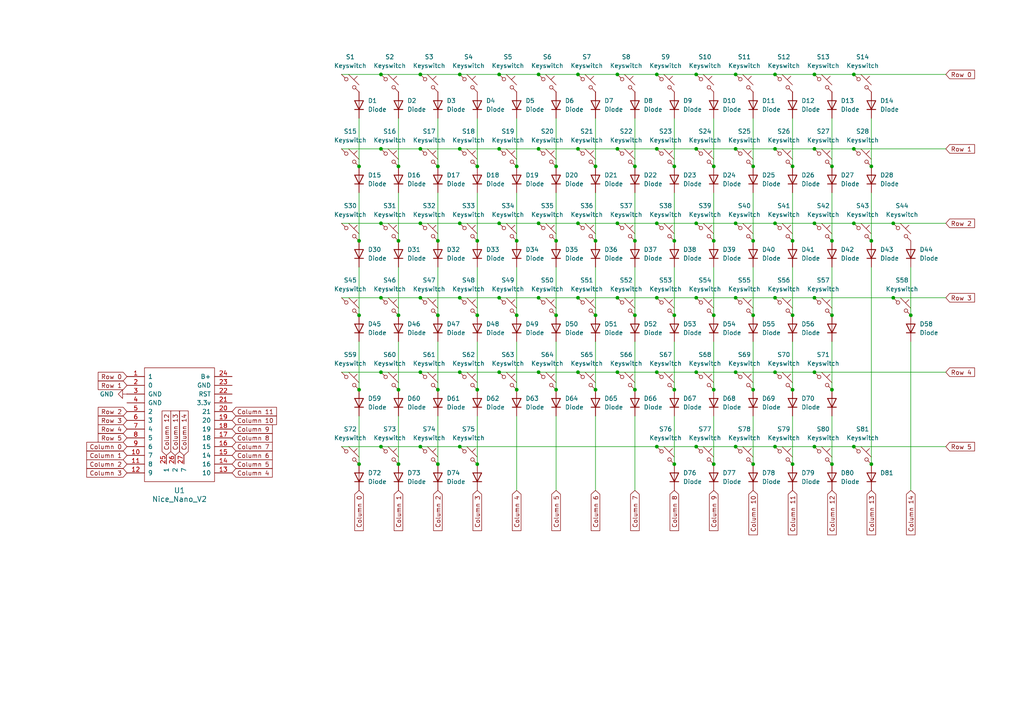
<source format=kicad_sch>
(kicad_sch (version 20250114) (generator "eeschema") (generator_version "9.0")
  (paper "A4")
  (junction (at 179.07 107.95))
  (junction (at 133.35 21.59))
  (junction (at 195.58 48.26))
  (junction (at 213.36 43.18))
  (junction (at 121.92 129.54))
  (junction (at 115.57 113.03))
  (junction (at 179.07 86.36))
  (junction (at 195.58 134.62))
  (junction (at 190.5 107.95))
  (junction (at 213.36 64.77))
  (junction (at 127 48.26))
  (junction (at 247.65 43.18))
  (junction (at 179.07 64.77))
  (junction (at 184.15 48.26))
  (junction (at 138.43 113.03))
  (junction (at 201.93 43.18))
  (junction (at 252.73 134.62))
  (junction (at 167.64 107.95))
  (junction (at 184.15 91.44))
  (junction (at 201.93 64.77))
  (junction (at 224.79 21.59))
  (junction (at 127 134.62))
  (junction (at 156.21 43.18))
  (junction (at 236.22 64.77))
  (junction (at 127 69.85))
  (junction (at 207.01 69.85))
  (junction (at 247.65 21.59))
  (junction (at 144.78 64.77))
  (junction (at 104.14 69.85))
  (junction (at 156.21 64.77))
  (junction (at 161.29 69.85))
  (junction (at 121.92 107.95))
  (junction (at 149.86 113.03))
  (junction (at 144.78 43.18))
  (junction (at 156.21 86.36))
  (junction (at 224.79 107.95))
  (junction (at 133.35 64.77))
  (junction (at 138.43 48.26))
  (junction (at 133.35 43.18))
  (junction (at 184.15 69.85))
  (junction (at 264.16 91.44))
  (junction (at 213.36 86.36))
  (junction (at 172.72 69.85))
  (junction (at 236.22 86.36))
  (junction (at 229.87 113.03))
  (junction (at 115.57 91.44))
  (junction (at 229.87 48.26))
  (junction (at 127 91.44))
  (junction (at 207.01 113.03))
  (junction (at 190.5 21.59))
  (junction (at 144.78 21.59))
  (junction (at 138.43 91.44))
  (junction (at 241.3 91.44))
  (junction (at 207.01 48.26))
  (junction (at 110.49 21.59))
  (junction (at 172.72 91.44))
  (junction (at 149.86 48.26))
  (junction (at 241.3 69.85))
  (junction (at 195.58 113.03))
  (junction (at 110.49 86.36))
  (junction (at 138.43 134.62))
  (junction (at 236.22 21.59))
  (junction (at 190.5 129.54))
  (junction (at 144.78 86.36))
  (junction (at 110.49 64.77))
  (junction (at 229.87 91.44))
  (junction (at 115.57 134.62))
  (junction (at 110.49 129.54))
  (junction (at 224.79 129.54))
  (junction (at 236.22 43.18))
  (junction (at 144.78 107.95))
  (junction (at 104.14 91.44))
  (junction (at 121.92 86.36))
  (junction (at 104.14 134.62))
  (junction (at 252.73 69.85))
  (junction (at 167.64 21.59))
  (junction (at 115.57 69.85))
  (junction (at 161.29 113.03))
  (junction (at 167.64 86.36))
  (junction (at 156.21 107.95))
  (junction (at 161.29 48.26))
  (junction (at 207.01 134.62))
  (junction (at 179.07 43.18))
  (junction (at 138.43 69.85))
  (junction (at 104.14 48.26))
  (junction (at 213.36 129.54))
  (junction (at 241.3 134.62))
  (junction (at 156.21 21.59))
  (junction (at 252.73 48.26))
  (junction (at 224.79 64.77))
  (junction (at 207.01 91.44))
  (junction (at 133.35 129.54))
  (junction (at 213.36 21.59))
  (junction (at 149.86 91.44))
  (junction (at 133.35 107.95))
  (junction (at 167.64 64.77))
  (junction (at 218.44 48.26))
  (junction (at 229.87 69.85))
  (junction (at 121.92 64.77))
  (junction (at 195.58 91.44))
  (junction (at 224.79 86.36))
  (junction (at 161.29 91.44))
  (junction (at 218.44 91.44))
  (junction (at 121.92 21.59))
  (junction (at 195.58 69.85))
  (junction (at 236.22 107.95))
  (junction (at 127 113.03))
  (junction (at 190.5 43.18))
  (junction (at 247.65 64.77))
  (junction (at 115.57 48.26))
  (junction (at 201.93 107.95))
  (junction (at 201.93 21.59))
  (junction (at 259.08 64.77))
  (junction (at 104.14 113.03))
  (junction (at 121.92 43.18))
  (junction (at 179.07 21.59))
  (junction (at 190.5 86.36))
  (junction (at 218.44 113.03))
  (junction (at 184.15 113.03))
  (junction (at 241.3 48.26))
  (junction (at 110.49 43.18))
  (junction (at 224.79 43.18))
  (junction (at 229.87 134.62))
  (junction (at 172.72 48.26))
  (junction (at 167.64 43.18))
  (junction (at 213.36 107.95))
  (junction (at 259.08 86.36))
  (junction (at 172.72 113.03))
  (junction (at 201.93 129.54))
  (junction (at 149.86 69.85))
  (junction (at 218.44 134.62))
  (junction (at 218.44 69.85))
  (junction (at 247.65 129.54))
  (junction (at 236.22 129.54))
  (junction (at 190.5 64.77))
  (junction (at 241.3 113.03))
  (junction (at 110.49 107.95))
  (junction (at 133.35 86.36))
  (junction (at 201.93 86.36))
  (wire (pts (xy 195.58 120.65) (xy 195.58 134.62)))
  (wire (pts (xy 274.32 64.77) (xy 259.08 64.77)))
  (wire (pts (xy 229.87 55.88) (xy 229.87 69.85)))
  (wire (pts (xy 138.43 34.29) (xy 138.43 48.26)))
  (wire (pts (xy 161.29 77.47) (xy 161.29 91.44)))
  (wire (pts (xy 218.44 120.65) (xy 218.44 134.62)))
  (wire (pts (xy 138.43 77.47) (xy 138.43 91.44)))
  (wire (pts (xy 201.93 21.59) (xy 213.36 21.59)))
  (wire (pts (xy 161.29 34.29) (xy 161.29 48.26)))
  (wire (pts (xy 229.87 120.65) (xy 229.87 134.62)))
  (wire (pts (xy 156.21 64.77) (xy 167.64 64.77)))
  (wire (pts (xy 133.35 107.95) (xy 144.78 107.95)))
  (wire (pts (xy 213.36 107.95) (xy 224.79 107.95)))
  (wire (pts (xy 104.14 77.47) (xy 104.14 91.44)))
  (wire (pts (xy 133.35 129.54) (xy 190.5 129.54)))
  (wire (pts (xy 213.36 86.36) (xy 224.79 86.36)))
  (wire (pts (xy 264.16 77.47) (xy 264.16 91.44)))
  (wire (pts (xy 172.72 77.47) (xy 172.72 91.44)))
  (wire (pts (xy 201.93 64.77) (xy 213.36 64.77)))
  (wire (pts (xy 218.44 34.29) (xy 218.44 48.26)))
  (wire (pts (xy 133.35 64.77) (xy 144.78 64.77)))
  (wire (pts (xy 172.72 34.29) (xy 172.72 48.26)))
  (wire (pts (xy 144.78 107.95) (xy 156.21 107.95)))
  (wire (pts (xy 99.06 43.18) (xy 110.49 43.18)))
  (wire (pts (xy 121.92 21.59) (xy 133.35 21.59)))
  (wire (pts (xy 121.92 43.18) (xy 133.35 43.18)))
  (wire (pts (xy 179.07 43.18) (xy 190.5 43.18)))
  (wire (pts (xy 190.5 64.77) (xy 201.93 64.77)))
  (wire (pts (xy 184.15 99.06) (xy 184.15 113.03)))
  (wire (pts (xy 190.5 21.59) (xy 201.93 21.59)))
  (wire (pts (xy 184.15 77.47) (xy 184.15 91.44)))
  (wire (pts (xy 195.58 99.06) (xy 195.58 113.03)))
  (wire (pts (xy 144.78 21.59) (xy 156.21 21.59)))
  (wire (pts (xy 236.22 107.95) (xy 274.32 107.95)))
  (wire (pts (xy 190.5 107.95) (xy 201.93 107.95)))
  (wire (pts (xy 149.86 34.29) (xy 149.86 48.26)))
  (wire (pts (xy 236.22 64.77) (xy 247.65 64.77)))
  (wire (pts (xy 229.87 77.47) (xy 229.87 91.44)))
  (wire (pts (xy 229.87 99.06) (xy 229.87 113.03)))
  (wire (pts (xy 138.43 55.88) (xy 138.43 69.85)))
  (wire (pts (xy 167.64 64.77) (xy 179.07 64.77)))
  (wire (pts (xy 201.93 107.95) (xy 213.36 107.95)))
  (wire (pts (xy 133.35 86.36) (xy 144.78 86.36)))
  (wire (pts (xy 213.36 21.59) (xy 224.79 21.59)))
  (wire (pts (xy 229.87 34.29) (xy 229.87 48.26)))
  (wire (pts (xy 190.5 86.36) (xy 201.93 86.36)))
  (wire (pts (xy 259.08 86.36) (xy 274.32 86.36)))
  (wire (pts (xy 213.36 43.18) (xy 224.79 43.18)))
  (wire (pts (xy 110.49 21.59) (xy 121.92 21.59)))
  (wire (pts (xy 190.5 129.54) (xy 201.93 129.54)))
  (wire (pts (xy 121.92 107.95) (xy 133.35 107.95)))
  (wire (pts (xy 213.36 64.77) (xy 224.79 64.77)))
  (wire (pts (xy 156.21 43.18) (xy 167.64 43.18)))
  (wire (pts (xy 184.15 34.29) (xy 184.15 48.26)))
  (wire (pts (xy 99.06 107.95) (xy 110.49 107.95)))
  (wire (pts (xy 218.44 77.47) (xy 218.44 91.44)))
  (wire (pts (xy 144.78 86.36) (xy 156.21 86.36)))
  (wire (pts (xy 252.73 55.88) (xy 252.73 69.85)))
  (wire (pts (xy 247.65 43.18) (xy 274.32 43.18)))
  (wire (pts (xy 156.21 21.59) (xy 167.64 21.59)))
  (wire (pts (xy 115.57 34.29) (xy 115.57 48.26)))
  (wire (pts (xy 127 120.65) (xy 127 134.62)))
  (wire (pts (xy 149.86 55.88) (xy 149.86 69.85)))
  (wire (pts (xy 224.79 21.59) (xy 236.22 21.59)))
  (wire (pts (xy 241.3 55.88) (xy 241.3 69.85)))
  (wire (pts (xy 184.15 142.24) (xy 184.15 120.65)))
  (wire (pts (xy 127 55.88) (xy 127 69.85)))
  (wire (pts (xy 236.22 43.18) (xy 247.65 43.18)))
  (wire (pts (xy 149.86 77.47) (xy 149.86 91.44)))
  (wire (pts (xy 99.06 129.54) (xy 110.49 129.54)))
  (wire (pts (xy 207.01 99.06) (xy 207.01 113.03)))
  (wire (pts (xy 172.72 55.88) (xy 172.72 69.85)))
  (wire (pts (xy 195.58 77.47) (xy 195.58 91.44)))
  (wire (pts (xy 264.16 142.24) (xy 264.16 99.06)))
  (wire (pts (xy 236.22 86.36) (xy 259.08 86.36)))
  (wire (pts (xy 236.22 21.59) (xy 247.65 21.59)))
  (wire (pts (xy 127 99.06) (xy 127 113.03)))
  (wire (pts (xy 156.21 107.95) (xy 167.64 107.95)))
  (wire (pts (xy 149.86 99.06) (xy 149.86 113.03)))
  (wire (pts (xy 172.72 142.24) (xy 172.72 120.65)))
  (wire (pts (xy 161.29 55.88) (xy 161.29 69.85)))
  (wire (pts (xy 224.79 107.95) (xy 236.22 107.95)))
  (wire (pts (xy 207.01 55.88) (xy 207.01 69.85)))
  (wire (pts (xy 247.65 64.77) (xy 259.08 64.77)))
  (wire (pts (xy 224.79 43.18) (xy 236.22 43.18)))
  (wire (pts (xy 144.78 64.77) (xy 156.21 64.77)))
  (wire (pts (xy 121.92 129.54) (xy 133.35 129.54)))
  (wire (pts (xy 241.3 120.65) (xy 241.3 134.62)))
  (wire (pts (xy 172.72 99.06) (xy 172.72 113.03)))
  (wire (pts (xy 201.93 86.36) (xy 213.36 86.36)))
  (wire (pts (xy 138.43 120.65) (xy 138.43 134.62)))
  (wire (pts (xy 224.79 86.36) (xy 236.22 86.36)))
  (wire (pts (xy 99.06 21.59) (xy 110.49 21.59)))
  (wire (pts (xy 149.86 142.24) (xy 149.86 120.65)))
  (wire (pts (xy 161.29 99.06) (xy 161.29 113.03)))
  (wire (pts (xy 110.49 107.95) (xy 121.92 107.95)))
  (wire (pts (xy 241.3 34.29) (xy 241.3 48.26)))
  (wire (pts (xy 104.14 55.88) (xy 104.14 69.85)))
  (wire (pts (xy 133.35 21.59) (xy 144.78 21.59)))
  (wire (pts (xy 104.14 120.65) (xy 104.14 134.62)))
  (wire (pts (xy 179.07 86.36) (xy 190.5 86.36)))
  (wire (pts (xy 127 77.47) (xy 127 91.44)))
  (wire (pts (xy 167.64 21.59) (xy 179.07 21.59)))
  (wire (pts (xy 195.58 34.29) (xy 195.58 48.26)))
  (wire (pts (xy 201.93 43.18) (xy 213.36 43.18)))
  (wire (pts (xy 115.57 55.88) (xy 115.57 69.85)))
  (wire (pts (xy 179.07 107.95) (xy 190.5 107.95)))
  (wire (pts (xy 236.22 129.54) (xy 247.65 129.54)))
  (wire (pts (xy 252.73 77.47) (xy 252.73 134.62)))
  (wire (pts (xy 127 34.29) (xy 127 48.26)))
  (wire (pts (xy 121.92 86.36) (xy 133.35 86.36)))
  (wire (pts (xy 144.78 43.18) (xy 156.21 43.18)))
  (wire (pts (xy 115.57 77.47) (xy 115.57 91.44)))
  (wire (pts (xy 110.49 129.54) (xy 121.92 129.54)))
  (wire (pts (xy 184.15 55.88) (xy 184.15 69.85)))
  (wire (pts (xy 207.01 120.65) (xy 207.01 134.62)))
  (wire (pts (xy 207.01 77.47) (xy 207.01 91.44)))
  (wire (pts (xy 213.36 129.54) (xy 224.79 129.54)))
  (wire (pts (xy 167.64 86.36) (xy 179.07 86.36)))
  (wire (pts (xy 110.49 43.18) (xy 121.92 43.18)))
  (wire (pts (xy 179.07 21.59) (xy 190.5 21.59)))
  (wire (pts (xy 121.92 64.77) (xy 133.35 64.77)))
  (wire (pts (xy 99.06 64.77) (xy 110.49 64.77)))
  (wire (pts (xy 104.14 99.06) (xy 104.14 113.03)))
  (wire (pts (xy 167.64 107.95) (xy 179.07 107.95)))
  (wire (pts (xy 218.44 55.88) (xy 218.44 69.85)))
  (wire (pts (xy 115.57 120.65) (xy 115.57 134.62)))
  (wire (pts (xy 133.35 43.18) (xy 144.78 43.18)))
  (wire (pts (xy 104.14 34.29) (xy 104.14 48.26)))
  (wire (pts (xy 190.5 43.18) (xy 201.93 43.18)))
  (wire (pts (xy 274.32 129.54) (xy 247.65 129.54)))
  (wire (pts (xy 179.07 64.77) (xy 190.5 64.77)))
  (wire (pts (xy 224.79 64.77) (xy 236.22 64.77)))
  (wire (pts (xy 99.06 86.36) (xy 110.49 86.36)))
  (wire (pts (xy 195.58 55.88) (xy 195.58 69.85)))
  (wire (pts (xy 161.29 142.24) (xy 161.29 120.65)))
  (wire (pts (xy 241.3 77.47) (xy 241.3 91.44)))
  (wire (pts (xy 274.32 21.59) (xy 247.65 21.59)))
  (wire (pts (xy 224.79 129.54) (xy 236.22 129.54)))
  (wire (pts (xy 115.57 99.06) (xy 115.57 113.03)))
  (wire (pts (xy 252.73 34.29) (xy 252.73 48.26)))
  (wire (pts (xy 110.49 64.77) (xy 121.92 64.77)))
  (wire (pts (xy 138.43 99.06) (xy 138.43 113.03)))
  (wire (pts (xy 241.3 99.06) (xy 241.3 113.03)))
  (wire (pts (xy 218.44 99.06) (xy 218.44 113.03)))
  (wire (pts (xy 110.49 86.36) (xy 121.92 86.36)))
  (wire (pts (xy 207.01 34.29) (xy 207.01 48.26)))
  (wire (pts (xy 201.93 129.54) (xy 213.36 129.54)))
  (wire (pts (xy 156.21 86.36) (xy 167.64 86.36)))
  (wire (pts (xy 167.64 43.18) (xy 179.07 43.18)))
  (global_label "Column 0" (shape input) (at 36.83 129.54 180) (property "Intersheetrefs" "${INTERSHEET_REFS}" (effects (hide yes))))
  (global_label "Column 13" (shape input) (at 252.73 142.24 270) (property "Intersheetrefs" "${INTERSHEET_REFS}" (effects (hide yes))))
  (global_label "Column 9" (shape input) (at 67.31 124.46 0) (property "Intersheetrefs" "${INTERSHEET_REFS}" (effects (hide yes))))
  (global_label "Column 4" (shape input) (at 67.31 137.16 0) (property "Intersheetrefs" "${INTERSHEET_REFS}" (effects (hide yes))))
  (global_label "Column 5" (shape input) (at 161.29 142.24 270) (property "Intersheetrefs" "${INTERSHEET_REFS}" (effects (hide yes))))
  (global_label "Column 2" (shape input) (at 36.83 134.62 180) (property "Intersheetrefs" "${INTERSHEET_REFS}" (effects (hide yes))))
  (global_label "Row 0" (shape input) (at 36.83 109.22 180) (property "Intersheetrefs" "${INTERSHEET_REFS}" (effects (hide yes))))
  (global_label "Column 10" (shape input) (at 67.31 121.92 0) (property "Intersheetrefs" "${INTERSHEET_REFS}" (effects (hide yes))))
  (global_label "Column 7" (shape input) (at 67.31 129.54 0) (property "Intersheetrefs" "${INTERSHEET_REFS}" (effects (hide yes))))
  (global_label "Column 4" (shape input) (at 149.86 142.24 270) (property "Intersheetrefs" "${INTERSHEET_REFS}" (effects (hide yes))))
  (global_label "Column 5" (shape input) (at 67.31 134.62 0) (property "Intersheetrefs" "${INTERSHEET_REFS}" (effects (hide yes))))
  (global_label "Column 6" (shape input) (at 172.72 142.24 270) (property "Intersheetrefs" "${INTERSHEET_REFS}" (effects (hide yes))))
  (global_label "Column 7" (shape input) (at 184.15 142.24 270) (property "Intersheetrefs" "${INTERSHEET_REFS}" (effects (hide yes))))
  (global_label "Column 8" (shape input) (at 67.31 127 0) (property "Intersheetrefs" "${INTERSHEET_REFS}" (effects (hide yes))))
  (global_label "Column 8" (shape input) (at 195.58 142.24 270) (property "Intersheetrefs" "${INTERSHEET_REFS}" (effects (hide yes))))
  (global_label "Column 13" (shape input) (at 50.8 132.08 90) (property "Intersheetrefs" "${INTERSHEET_REFS}" (effects (hide yes))))
  (global_label "Column 14" (shape input) (at 53.34 132.08 90) (property "Intersheetrefs" "${INTERSHEET_REFS}" (effects (hide yes))))
  (global_label "Column 3" (shape input) (at 138.43 142.24 270) (property "Intersheetrefs" "${INTERSHEET_REFS}" (effects (hide yes))))
  (global_label "Column 1" (shape input) (at 36.83 132.08 180) (property "Intersheetrefs" "${INTERSHEET_REFS}" (effects (hide yes))))
  (global_label "Row 5" (shape input) (at 274.32 129.54 0) (property "Intersheetrefs" "${INTERSHEET_REFS}" (effects (hide yes))))
  (global_label "Column 1" (shape input) (at 115.57 142.24 270) (property "Intersheetrefs" "${INTERSHEET_REFS}" (effects (hide yes))))
  (global_label "Row 3" (shape input) (at 36.83 121.92 180) (property "Intersheetrefs" "${INTERSHEET_REFS}" (effects (hide yes))))
  (global_label "Column 0" (shape input) (at 104.14 142.24 270) (property "Intersheetrefs" "${INTERSHEET_REFS}" (effects (hide yes))))
  (global_label "Row 4" (shape input) (at 36.83 124.46 180) (property "Intersheetrefs" "${INTERSHEET_REFS}" (effects (hide yes))))
  (global_label "Row 3" (shape input) (at 274.32 86.36 0) (property "Intersheetrefs" "${INTERSHEET_REFS}" (effects (hide yes))))
  (global_label "Column 10" (shape input) (at 218.44 142.24 270) (property "Intersheetrefs" "${INTERSHEET_REFS}" (effects (hide yes))))
  (global_label "Row 5" (shape input) (at 36.83 127 180) (property "Intersheetrefs" "${INTERSHEET_REFS}" (effects (hide yes))))
  (global_label "Row 0" (shape input) (at 274.32 21.59 0) (property "Intersheetrefs" "${INTERSHEET_REFS}" (effects (hide yes))))
  (global_label "Column 6" (shape input) (at 67.31 132.08 0) (property "Intersheetrefs" "${INTERSHEET_REFS}" (effects (hide yes))))
  (global_label "Row 1" (shape input) (at 36.83 111.76 180) (property "Intersheetrefs" "${INTERSHEET_REFS}" (effects (hide yes))))
  (global_label "Column 2" (shape input) (at 127 142.24 270) (property "Intersheetrefs" "${INTERSHEET_REFS}" (effects (hide yes))))
  (global_label "Column 12" (shape input) (at 48.26 132.08 90) (property "Intersheetrefs" "${INTERSHEET_REFS}" (effects (hide yes))))
  (global_label "Column 11" (shape input) (at 229.87 142.24 270) (property "Intersheetrefs" "${INTERSHEET_REFS}" (effects (hide yes))))
  (global_label "Column 14" (shape input) (at 264.16 142.24 270) (property "Intersheetrefs" "${INTERSHEET_REFS}" (effects (hide yes))))
  (global_label "Row 1" (shape input) (at 274.32 43.18 0) (property "Intersheetrefs" "${INTERSHEET_REFS}" (effects (hide yes))))
  (global_label "Column 11" (shape input) (at 67.31 119.38 0) (property "Intersheetrefs" "${INTERSHEET_REFS}" (effects (hide yes))))
  (global_label "Row 2" (shape input) (at 274.32 64.77 0) (property "Intersheetrefs" "${INTERSHEET_REFS}" (effects (hide yes))))
  (global_label "Row 4" (shape input) (at 274.32 107.95 0) (property "Intersheetrefs" "${INTERSHEET_REFS}" (effects (hide yes))))
  (global_label "Column 12" (shape input) (at 241.3 142.24 270) (property "Intersheetrefs" "${INTERSHEET_REFS}" (effects (hide yes))))
  (global_label "Column 3" (shape input) (at 36.83 137.16 180) (property "Intersheetrefs" "${INTERSHEET_REFS}" (effects (hide yes))))
  (global_label "Row 2" (shape input) (at 36.83 119.38 180) (property "Intersheetrefs" "${INTERSHEET_REFS}" (effects (hide yes))))
  (global_label "Column 9" (shape input) (at 207.01 142.24 270) (property "Intersheetrefs" "${INTERSHEET_REFS}" (effects (hide yes))))
  (symbol (lib_id "Scottokeebs:Placeholder_Keyswitch") (at 101.6 88.9 0) (unit 1)
    (property "Reference" "S45" (at 101.6 81.28 0))
    (property "Value" "Keyswitch" (at 101.6 83.82 0))
    (property "Footprint" "Button_Switch_Keyboard:SW_Cherry_MX_1.75u_PCB" (effects (hide yes)))
    (property "Description" "Push button switch, normally open, two pins, 45° tilted" (effects (hide yes)))
  )
  (symbol (lib_id "Scottokeebs:Placeholder_Diode") (at 115.57 116.84 90) (unit 1)
    (property "Reference" "D60" (at 118.11 115.5699 90) (effects (justify right)))
    (property "Value" "Diode" (at 118.11 118.1099 90) (effects (justify right)))
    (property "Footprint" "Diode_THT:D_DO-35_SOD27_P7.62mm_Horizontal" (effects (hide yes)))
    (property "Description" "1N4148 (DO-35) or 1N4148W (SOD-123)" (effects (hide yes)))
    (property "Sim.Device" "D" (effects (hide yes)))
    (property "Sim.Pins" "1=K 2=A" (effects (hide yes)))
  )
  (symbol (lib_id "Scottokeebs:Placeholder_Keyswitch") (at 181.61 24.13 0) (unit 1)
    (property "Reference" "S8" (at 181.61 16.51 0))
    (property "Value" "Keyswitch" (at 181.61 19.05 0))
    (property "Footprint" "Button_Switch_Keyboard:SW_Cherry_MX_1.00u_PCB" (effects (hide yes)))
    (property "Description" "Push button switch, normally open, two pins, 45° tilted" (effects (hide yes)))
  )
  (symbol (lib_id "Scottokeebs:Placeholder_Keyswitch") (at 238.76 24.13 0) (unit 1)
    (property "Reference" "S13" (at 238.76 16.51 0))
    (property "Value" "Keyswitch" (at 238.76 19.05 0))
    (property "Footprint" "Button_Switch_Keyboard:SW_Cherry_MX_1.00u_PCB" (effects (hide yes)))
    (property "Description" "Push button switch, normally open, two pins, 45° tilted" (effects (hide yes)))
  )
  (symbol (lib_id "Scottokeebs:Placeholder_Keyswitch") (at 238.76 88.9 0) (unit 1)
    (property "Reference" "S57" (at 238.76 81.28 0))
    (property "Value" "Keyswitch" (at 238.76 83.82 0))
    (property "Footprint" "Button_Switch_Keyboard:SW_Cherry_MX_2.25u_PCB" (effects (hide yes)))
    (property "Description" "Push button switch, normally open, two pins, 45° tilted" (effects (hide yes)))
  )
  (symbol (lib_id "Scottokeebs:Placeholder_Diode") (at 195.58 73.66 90) (unit 1)
    (property "Reference" "D38" (at 198.12 72.3899 90) (effects (justify right)))
    (property "Value" "Diode" (at 198.12 74.9299 90) (effects (justify right)))
    (property "Footprint" "Diode_THT:D_DO-35_SOD27_P7.62mm_Horizontal" (effects (hide yes)))
    (property "Description" "1N4148 (DO-35) or 1N4148W (SOD-123)" (effects (hide yes)))
    (property "Sim.Device" "D" (effects (hide yes)))
    (property "Sim.Pins" "1=K 2=A" (effects (hide yes)))
  )
  (symbol (lib_id "Scottokeebs:Placeholder_Diode") (at 207.01 138.43 90) (unit 1)
    (property "Reference" "D77" (at 209.55 137.1599 90) (effects (justify right)))
    (property "Value" "Diode" (at 209.55 139.6999 90) (effects (justify right)))
    (property "Footprint" "Diode_THT:D_DO-35_SOD27_P7.62mm_Horizontal" (effects (hide yes)))
    (property "Description" "1N4148 (DO-35) or 1N4148W (SOD-123)" (effects (hide yes)))
    (property "Sim.Device" "D" (effects (hide yes)))
    (property "Sim.Pins" "1=K 2=A" (effects (hide yes)))
  )
  (symbol (lib_id "Scottokeebs:Placeholder_Keyswitch") (at 101.6 67.31 0) (unit 1)
    (property "Reference" "S30" (at 101.6 59.69 0))
    (property "Value" "Keyswitch" (at 101.6 62.23 0))
    (property "Footprint" "Button_Switch_Keyboard:SW_Cherry_MX_1.50u_Plate" (effects (hide yes)))
    (property "Description" "Push button switch, normally open, two pins, 45° tilted" (effects (hide yes)))
  )
  (symbol (lib_id "Scottokeebs:Placeholder_Keyswitch") (at 135.89 67.31 0) (unit 1)
    (property "Reference" "S33" (at 135.89 59.69 0))
    (property "Value" "Keyswitch" (at 135.89 62.23 0))
    (property "Footprint" "Button_Switch_Keyboard:SW_Cherry_MX_1.00u_PCB" (effects (hide yes)))
    (property "Description" "Push button switch, normally open, two pins, 45° tilted" (effects (hide yes)))
  )
  (symbol (lib_id "Scottokeebs:Placeholder_Diode") (at 229.87 52.07 90) (unit 1)
    (property "Reference" "D26" (at 232.41 50.7999 90) (effects (justify right)))
    (property "Value" "Diode" (at 232.41 53.3399 90) (effects (justify right)))
    (property "Footprint" "Diode_THT:D_DO-35_SOD27_P7.62mm_Horizontal" (effects (hide yes)))
    (property "Description" "1N4148 (DO-35) or 1N4148W (SOD-123)" (effects (hide yes)))
    (property "Sim.Device" "D" (effects (hide yes)))
    (property "Sim.Pins" "1=K 2=A" (effects (hide yes)))
  )
  (symbol (lib_id "Scottokeebs:Placeholder_Diode") (at 115.57 73.66 90) (unit 1)
    (property "Reference" "D31" (at 118.11 72.3899 90) (effects (justify right)))
    (property "Value" "Diode" (at 118.11 74.9299 90) (effects (justify right)))
    (property "Footprint" "Diode_THT:D_DO-35_SOD27_P7.62mm_Horizontal" (effects (hide yes)))
    (property "Description" "1N4148 (DO-35) or 1N4148W (SOD-123)" (effects (hide yes)))
    (property "Sim.Device" "D" (effects (hide yes)))
    (property "Sim.Pins" "1=K 2=A" (effects (hide yes)))
  )
  (symbol (lib_id "Scottokeebs:Placeholder_Keyswitch") (at 215.9 132.08 0) (unit 1)
    (property "Reference" "S78" (at 215.9 124.46 0))
    (property "Value" "Keyswitch" (at 215.9 127 0))
    (property "Footprint" "Button_Switch_Keyboard:SW_Cherry_MX_1.00u_PCB" (effects (hide yes)))
    (property "Description" "Push button switch, normally open, two pins, 45° tilted" (effects (hide yes)))
  )
  (symbol (lib_id "Scottokeebs:Placeholder_Keyswitch") (at 113.03 45.72 0) (unit 1)
    (property "Reference" "S16" (at 113.03 38.1 0))
    (property "Value" "Keyswitch" (at 113.03 40.64 0))
    (property "Footprint" "Button_Switch_Keyboard:SW_Cherry_MX_1.00u_PCB" (effects (hide yes)))
    (property "Description" "Push button switch, normally open, two pins, 45° tilted" (effects (hide yes)))
  )
  (symbol (lib_id "Scottokeebs:Placeholder_Diode") (at 241.3 116.84 90) (unit 1)
    (property "Reference" "D71" (effects (hide yes)))
    (property "Value" "Diode" (effects (hide yes)))
    (property "Footprint" "Diode_THT:D_DO-35_SOD27_P7.62mm_Horizontal" (effects (hide yes)))
    (property "Description" "1N4148 (DO-35) or 1N4148W (SOD-123)" (effects (hide yes)))
    (property "Sim.Device" "D" (effects (hide yes)))
    (property "Sim.Pins" "1=K 2=A" (effects (hide yes)))
  )
  (symbol (lib_id "Scottokeebs:Placeholder_Keyswitch") (at 158.75 24.13 0) (unit 1)
    (property "Reference" "S6" (at 158.75 16.51 0))
    (property "Value" "Keyswitch" (at 158.75 19.05 0))
    (property "Footprint" "Button_Switch_Keyboard:SW_Cherry_MX_1.00u_PCB" (effects (hide yes)))
    (property "Description" "Push button switch, normally open, two pins, 45° tilted" (effects (hide yes)))
  )
  (symbol (lib_id "Scottokeebs:Placeholder_Keyswitch") (at 170.18 88.9 0) (unit 1)
    (property "Reference" "S51" (at 170.18 81.28 0))
    (property "Value" "Keyswitch" (at 170.18 83.82 0))
    (property "Footprint" "Button_Switch_Keyboard:SW_Cherry_MX_1.00u_PCB" (effects (hide yes)))
    (property "Description" "Push button switch, normally open, two pins, 45° tilted" (effects (hide yes)))
  )
  (symbol (lib_id "Scottokeebs:Placeholder_Diode") (at 229.87 116.84 90) (unit 1)
    (property "Reference" "D70" (at 232.41 115.5699 90) (effects (justify right)))
    (property "Value" "Diode" (at 232.41 118.1099 90) (effects (justify right)))
    (property "Footprint" "Diode_THT:D_DO-35_SOD27_P7.62mm_Horizontal" (effects (hide yes)))
    (property "Description" "1N4148 (DO-35) or 1N4148W (SOD-123)" (effects (hide yes)))
    (property "Sim.Device" "D" (effects (hide yes)))
    (property "Sim.Pins" "1=K 2=A" (effects (hide yes)))
  )
  (symbol (lib_id "Scottokeebs:Placeholder_Diode") (at 115.57 30.48 90) (unit 1)
    (property "Reference" "D2" (at 118.11 29.2099 90) (effects (justify right)))
    (property "Value" "Diode" (at 118.11 31.7499 90) (effects (justify right)))
    (property "Footprint" "Diode_THT:D_DO-35_SOD27_P7.62mm_Horizontal" (effects (hide yes)))
    (property "Description" "1N4148 (DO-35) or 1N4148W (SOD-123)" (effects (hide yes)))
    (property "Sim.Device" "D" (effects (hide yes)))
    (property "Sim.Pins" "1=K 2=A" (effects (hide yes)))
  )
  (symbol (lib_id "Scottokeebs:Placeholder_Diode") (at 138.43 30.48 90) (unit 1)
    (property "Reference" "D4" (at 140.97 29.2099 90) (effects (justify right)))
    (property "Value" "Diode" (at 140.97 31.7499 90) (effects (justify right)))
    (property "Footprint" "Diode_THT:D_DO-35_SOD27_P7.62mm_Horizontal" (effects (hide yes)))
    (property "Description" "1N4148 (DO-35) or 1N4148W (SOD-123)" (effects (hide yes)))
    (property "Sim.Device" "D" (effects (hide yes)))
    (property "Sim.Pins" "1=K 2=A" (effects (hide yes)))
  )
  (symbol (lib_id "Scottokeebs:Placeholder_Keyswitch") (at 261.62 88.9 0) (unit 1)
    (property "Reference" "S58" (at 261.62 81.28 0))
    (property "Value" "Keyswitch" (at 261.62 83.82 0))
    (property "Footprint" "Button_Switch_Keyboard:SW_Cherry_MX_1.00u_PCB" (effects (hide yes)))
    (property "Description" "Push button switch, normally open, two pins, 45° tilted" (effects (hide yes)))
  )
  (symbol (lib_id "Scottokeebs:Placeholder_Diode") (at 264.16 95.25 90) (unit 1)
    (property "Reference" "D58" (at 266.7 93.9799 90) (effects (justify right)))
    (property "Value" "Diode" (at 266.7 96.5199 90) (effects (justify right)))
    (property "Footprint" "Diode_THT:D_DO-35_SOD27_P7.62mm_Horizontal" (effects (hide yes)))
    (property "Description" "1N4148 (DO-35) or 1N4148W (SOD-123)" (effects (hide yes)))
    (property "Sim.Device" "D" (effects (hide yes)))
    (property "Sim.Pins" "1=K 2=A" (effects (hide yes)))
  )
  (symbol (lib_id "Scottokeebs:Placeholder_Keyswitch") (at 227.33 88.9 0) (unit 1)
    (property "Reference" "S56" (at 227.33 81.28 0))
    (property "Value" "Keyswitch" (at 227.33 83.82 0))
    (property "Footprint" "Button_Switch_Keyboard:SW_Cherry_MX_1.00u_PCB" (effects (hide yes)))
    (property "Description" "Push button switch, normally open, two pins, 45° tilted" (effects (hide yes)))
  )
  (symbol (lib_id "Scottokeebs:Placeholder_Diode") (at 218.44 30.48 90) (unit 1)
    (property "Reference" "D11" (at 220.98 29.2099 90) (effects (justify right)))
    (property "Value" "Diode" (at 220.98 31.7499 90) (effects (justify right)))
    (property "Footprint" "Diode_THT:D_DO-35_SOD27_P7.62mm_Horizontal" (effects (hide yes)))
    (property "Description" "1N4148 (DO-35) or 1N4148W (SOD-123)" (effects (hide yes)))
    (property "Sim.Device" "D" (effects (hide yes)))
    (property "Sim.Pins" "1=K 2=A" (effects (hide yes)))
  )
  (symbol (lib_id "Scottokeebs:Placeholder_Diode") (at 149.86 52.07 90) (unit 1)
    (property "Reference" "D19" (at 152.4 50.7999 90) (effects (justify right)))
    (property "Value" "Diode" (at 152.4 53.3399 90) (effects (justify right)))
    (property "Footprint" "Diode_THT:D_DO-35_SOD27_P7.62mm_Horizontal" (effects (hide yes)))
    (property "Description" "1N4148 (DO-35) or 1N4148W (SOD-123)" (effects (hide yes)))
    (property "Sim.Device" "D" (effects (hide yes)))
    (property "Sim.Pins" "1=K 2=A" (effects (hide yes)))
  )
  (symbol (lib_id "Scottokeebs:Placeholder_Keyswitch") (at 113.03 132.08 0) (unit 1)
    (property "Reference" "S73" (at 113.03 124.46 0))
    (property "Value" "Keyswitch" (at 113.03 127 0))
    (property "Footprint" "Button_Switch_Keyboard:SW_Cherry_MX_1.25u_PCB" (effects (hide yes)))
    (property "Description" "Push button switch, normally open, two pins, 45° tilted" (effects (hide yes)))
  )
  (symbol (lib_id "Scottokeebs:Placeholder_Keyswitch") (at 215.9 24.13 0) (unit 1)
    (property "Reference" "S11" (at 215.9 16.51 0))
    (property "Value" "Keyswitch" (at 215.9 19.05 0))
    (property "Footprint" "Button_Switch_Keyboard:SW_Cherry_MX_1.00u_PCB" (effects (hide yes)))
    (property "Description" "Push button switch, normally open, two pins, 45° tilted" (effects (hide yes)))
  )
  (symbol (lib_id "Scottokeebs:Placeholder_Diode") (at 229.87 95.25 90) (unit 1)
    (property "Reference" "D56" (at 232.41 93.9799 90) (effects (justify right)))
    (property "Value" "Diode" (at 232.41 96.5199 90) (effects (justify right)))
    (property "Footprint" "Diode_THT:D_DO-35_SOD27_P7.62mm_Horizontal" (effects (hide yes)))
    (property "Description" "1N4148 (DO-35) or 1N4148W (SOD-123)" (effects (hide yes)))
    (property "Sim.Device" "D" (effects (hide yes)))
    (property "Sim.Pins" "1=K 2=A" (effects (hide yes)))
  )
  (symbol (lib_id "Scottokeebs:Placeholder_Keyswitch") (at 135.89 132.08 0) (unit 1)
    (property "Reference" "S75" (at 135.89 124.46 0))
    (property "Value" "Keyswitch" (at 135.89 127 0))
    (property "Footprint" "Button_Switch_Keyboard:SW_Cherry_MX_6.25u_PCB" (effects (hide yes)))
    (property "Description" "Push button switch, normally open, two pins, 45° tilted" (effects (hide yes)))
  )
  (symbol (lib_id "Scottokeebs:Placeholder_Diode") (at 149.86 73.66 90) (unit 1)
    (property "Reference" "D34" (at 152.4 72.3899 90) (effects (justify right)))
    (property "Value" "Diode" (at 152.4 74.9299 90) (effects (justify right)))
    (property "Footprint" "Diode_THT:D_DO-35_SOD27_P7.62mm_Horizontal" (effects (hide yes)))
    (property "Description" "1N4148 (DO-35) or 1N4148W (SOD-123)" (effects (hide yes)))
    (property "Sim.Device" "D" (effects (hide yes)))
    (property "Sim.Pins" "1=K 2=A" (effects (hide yes)))
  )
  (symbol (lib_id "Scottokeebs:Placeholder_Diode") (at 161.29 30.48 90) (unit 1)
    (property "Reference" "D6" (at 163.83 29.2099 90) (effects (justify right)))
    (property "Value" "Diode" (at 163.83 31.7499 90) (effects (justify right)))
    (property "Footprint" "Diode_THT:D_DO-35_SOD27_P7.62mm_Horizontal" (effects (hide yes)))
    (property "Description" "1N4148 (DO-35) or 1N4148W (SOD-123)" (effects (hide yes)))
    (property "Sim.Device" "D" (effects (hide yes)))
    (property "Sim.Pins" "1=K 2=A" (effects (hide yes)))
  )
  (symbol (lib_id "Scottokeebs:Placeholder_Keyswitch") (at 227.33 67.31 0) (unit 1)
    (property "Reference" "S41" (at 227.33 59.69 0))
    (property "Value" "Keyswitch" (at 227.33 62.23 0))
    (property "Footprint" "Button_Switch_Keyboard:SW_Cherry_MX_1.00u_PCB" (effects (hide yes)))
    (property "Description" "Push button switch, normally open, two pins, 45° tilted" (effects (hide yes)))
  )
  (symbol (lib_id "Scottokeebs:Placeholder_Keyswitch") (at 147.32 110.49 0) (unit 1)
    (property "Reference" "S63" (at 147.32 102.87 0))
    (property "Value" "Keyswitch" (at 147.32 105.41 0))
    (property "Footprint" "Button_Switch_Keyboard:SW_Cherry_MX_1.00u_PCB" (effects (hide yes)))
    (property "Description" "Push button switch, normally open, two pins, 45° tilted" (effects (hide yes)))
  )
  (symbol (lib_id "Scottokeebs:Placeholder_Keyswitch") (at 101.6 45.72 0) (unit 1)
    (property "Reference" "S15" (at 101.6 38.1 0))
    (property "Value" "Keyswitch" (at 101.6 40.64 0))
    (property "Footprint" "Button_Switch_Keyboard:SW_Cherry_MX_1.00u_PCB" (effects (hide yes)))
    (property "Description" "Push button switch, normally open, two pins, 45° tilted" (effects (hide yes)))
  )
  (symbol (lib_id "Scottokeebs:Placeholder_Keyswitch") (at 204.47 110.49 0) (unit 1)
    (property "Reference" "S68" (at 204.47 102.87 0))
    (property "Value" "Keyswitch" (at 204.47 105.41 0))
    (property "Footprint" "Button_Switch_Keyboard:SW_Cherry_MX_1.00u_PCB" (effects (hide yes)))
    (property "Description" "Push button switch, normally open, two pins, 45° tilted" (effects (hide yes)))
  )
  (symbol (lib_id "Scottokeebs:Placeholder_Diode") (at 195.58 138.43 90) (unit 1)
    (property "Reference" "D76" (at 198.12 137.1599 90) (effects (justify right)))
    (property "Value" "Diode" (at 198.12 139.6999 90) (effects (justify right)))
    (property "Footprint" "Diode_THT:D_DO-35_SOD27_P7.62mm_Horizontal" (effects (hide yes)))
    (property "Description" "1N4148 (DO-35) or 1N4148W (SOD-123)" (effects (hide yes)))
    (property "Sim.Device" "D" (effects (hide yes)))
    (property "Sim.Pins" "1=K 2=A" (effects (hide yes)))
  )
  (symbol (lib_id "Scottokeebs:Placeholder_Keyswitch") (at 158.75 88.9 0) (unit 1)
    (property "Reference" "S50" (at 158.75 81.28 0))
    (property "Value" "Keyswitch" (at 158.75 83.82 0))
    (property "Footprint" "Button_Switch_Keyboard:SW_Cherry_MX_1.00u_PCB" (effects (hide yes)))
    (property "Description" "Push button switch, normally open, two pins, 45° tilted" (effects (hide yes)))
  )
  (symbol (lib_id "Scottokeebs:Placeholder_Keyswitch") (at 215.9 110.49 0) (unit 1)
    (property "Reference" "S69" (at 215.9 102.87 0))
    (property "Value" "Keyswitch" (at 215.9 105.41 0))
    (property "Footprint" "Button_Switch_Keyboard:SW_Cherry_MX_1.00u_PCB" (effects (hide yes)))
    (property "Description" "Push button switch, normally open, two pins, 45° tilted" (effects (hide yes)))
  )
  (symbol (lib_id "Scottokeebs:Placeholder_Diode") (at 172.72 116.84 90) (unit 1)
    (property "Reference" "D65" (at 175.26 115.5699 90) (effects (justify right)))
    (property "Value" "Diode" (at 175.26 118.1099 90) (effects (justify right)))
    (property "Footprint" "Diode_THT:D_DO-35_SOD27_P7.62mm_Horizontal" (effects (hide yes)))
    (property "Description" "1N4148 (DO-35) or 1N4148W (SOD-123)" (effects (hide yes)))
    (property "Sim.Device" "D" (effects (hide yes)))
    (property "Sim.Pins" "1=K 2=A" (effects (hide yes)))
  )
  (symbol (lib_id "Scottokeebs:Placeholder_Keyswitch") (at 101.6 24.13 0) (unit 1)
    (property "Reference" "S1" (at 101.6 16.51 0))
    (property "Value" "Keyswitch" (at 101.6 19.05 0))
    (property "Footprint" "Button_Switch_Keyboard:SW_Cherry_MX_1.00u_PCB" (effects (hide yes)))
    (property "Description" "Push button switch, normally open, two pins, 45° tilted" (effects (hide yes)))
  )
  (symbol (lib_id "Scottokeebs:Placeholder_Diode") (at 184.15 73.66 90) (unit 1)
    (property "Reference" "D37" (at 186.69 72.3899 90) (effects (justify right)))
    (property "Value" "Diode" (at 186.69 74.9299 90) (effects (justify right)))
    (property "Footprint" "Diode_THT:D_DO-35_SOD27_P7.62mm_Horizontal" (effects (hide yes)))
    (property "Description" "1N4148 (DO-35) or 1N4148W (SOD-123)" (effects (hide yes)))
    (property "Sim.Device" "D" (effects (hide yes)))
    (property "Sim.Pins" "1=K 2=A" (effects (hide yes)))
  )
  (symbol (lib_id "Scottokeebs:Placeholder_Diode") (at 104.14 73.66 90) (unit 1)
    (property "Reference" "D30" (at 106.68 72.3899 90) (effects (justify right)))
    (property "Value" "Diode" (at 106.68 74.9299 90) (effects (justify right)))
    (property "Footprint" "Diode_THT:D_DO-35_SOD27_P7.62mm_Horizontal" (effects (hide yes)))
    (property "Description" "1N4148 (DO-35) or 1N4148W (SOD-123)" (effects (hide yes)))
    (property "Sim.Device" "D" (effects (hide yes)))
    (property "Sim.Pins" "1=K 2=A" (effects (hide yes)))
  )
  (symbol (lib_id "Scottokeebs:Placeholder_Diode") (at 207.01 116.84 90) (unit 1)
    (property "Reference" "D68" (at 209.55 115.5699 90) (effects (justify right)))
    (property "Value" "Diode" (at 209.55 118.1099 90) (effects (justify right)))
    (property "Footprint" "Diode_THT:D_DO-35_SOD27_P7.62mm_Horizontal" (effects (hide yes)))
    (property "Description" "1N4148 (DO-35) or 1N4148W (SOD-123)" (effects (hide yes)))
    (property "Sim.Device" "D" (effects (hide yes)))
    (property "Sim.Pins" "1=K 2=A" (effects (hide yes)))
  )
  (symbol (lib_id "Scottokeebs:Placeholder_Keyswitch") (at 135.89 110.49 0) (unit 1)
    (property "Reference" "S62" (at 135.89 102.87 0))
    (property "Value" "Keyswitch" (at 135.89 105.41 0))
    (property "Footprint" "Button_Switch_Keyboard:SW_Cherry_MX_1.00u_PCB" (effects (hide yes)))
    (property "Description" "Push button switch, normally open, two pins, 45° tilted" (effects (hide yes)))
  )
  (symbol (lib_id "Scottokeebs:Placeholder_Diode") (at 161.29 52.07 90) (unit 1)
    (property "Reference" "D20" (at 163.83 50.7999 90) (effects (justify right)))
    (property "Value" "Diode" (at 163.83 53.3399 90) (effects (justify right)))
    (property "Footprint" "Diode_THT:D_DO-35_SOD27_P7.62mm_Horizontal" (effects (hide yes)))
    (property "Description" "1N4148 (DO-35) or 1N4148W (SOD-123)" (effects (hide yes)))
    (property "Sim.Device" "D" (effects (hide yes)))
    (property "Sim.Pins" "1=K 2=A" (effects (hide yes)))
  )
  (symbol (lib_id "Scottokeebs:Placeholder_Diode") (at 138.43 116.84 90) (unit 1)
    (property "Reference" "D62" (at 140.97 115.5699 90) (effects (justify right)))
    (property "Value" "Diode" (at 140.97 118.1099 90) (effects (justify right)))
    (property "Footprint" "Diode_THT:D_DO-35_SOD27_P7.62mm_Horizontal" (effects (hide yes)))
    (property "Description" "1N4148 (DO-35) or 1N4148W (SOD-123)" (effects (hide yes)))
    (property "Sim.Device" "D" (effects (hide yes)))
    (property "Sim.Pins" "1=K 2=A" (effects (hide yes)))
  )
  (symbol (lib_id "Scottokeebs:Placeholder_Diode") (at 241.3 95.25 90) (unit 1)
    (property "Reference" "D57" (effects (hide yes)))
    (property "Value" "Diode" (effects (hide yes)))
    (property "Footprint" "Diode_THT:D_DO-35_SOD27_P7.62mm_Horizontal" (effects (hide yes)))
    (property "Description" "1N4148 (DO-35) or 1N4148W (SOD-123)" (effects (hide yes)))
    (property "Sim.Device" "D" (effects (hide yes)))
    (property "Sim.Pins" "1=K 2=A" (effects (hide yes)))
  )
  (symbol (lib_id "Scottokeebs:Placeholder_Diode") (at 195.58 116.84 90) (unit 1)
    (property "Reference" "D67" (at 198.12 115.5699 90) (effects (justify right)))
    (property "Value" "Diode" (at 198.12 118.1099 90) (effects (justify right)))
    (property "Footprint" "Diode_THT:D_DO-35_SOD27_P7.62mm_Horizontal" (effects (hide yes)))
    (property "Description" "1N4148 (DO-35) or 1N4148W (SOD-123)" (effects (hide yes)))
    (property "Sim.Device" "D" (effects (hide yes)))
    (property "Sim.Pins" "1=K 2=A" (effects (hide yes)))
  )
  (symbol (lib_id "Scottokeebs:Placeholder_Diode") (at 184.15 30.48 90) (unit 1)
    (property "Reference" "D8" (at 186.69 29.2099 90) (effects (justify right)))
    (property "Value" "Diode" (at 186.69 31.7499 90) (effects (justify right)))
    (property "Footprint" "Diode_THT:D_DO-35_SOD27_P7.62mm_Horizontal" (effects (hide yes)))
    (property "Description" "1N4148 (DO-35) or 1N4148W (SOD-123)" (effects (hide yes)))
    (property "Sim.Device" "D" (effects (hide yes)))
    (property "Sim.Pins" "1=K 2=A" (effects (hide yes)))
  )
  (symbol (lib_id "Scottokeebs:Placeholder_Keyswitch") (at 101.6 132.08 0) (unit 1)
    (property "Reference" "S72" (at 101.6 124.46 0))
    (property "Value" "Keyswitch" (at 101.6 127 0))
    (property "Footprint" "Button_Switch_Keyboard:SW_Cherry_MX_1.25u_PCB" (effects (hide yes)))
    (property "Description" "Push button switch, normally open, two pins, 45° tilted" (effects (hide yes)))
  )
  (symbol (lib_id "Scottokeebs:Placeholder_Keyswitch") (at 215.9 88.9 0) (unit 1)
    (property "Reference" "S55" (at 215.9 81.28 0))
    (property "Value" "Keyswitch" (at 215.9 83.82 0))
    (property "Footprint" "Button_Switch_Keyboard:SW_Cherry_MX_1.00u_PCB" (effects (hide yes)))
    (property "Description" "Push button switch, normally open, two pins, 45° tilted" (effects (hide yes)))
  )
  (symbol (lib_id "Scottokeebs:Placeholder_Diode") (at 252.73 73.66 90) (unit 1)
    (property "Reference" "D43" (at 255.27 72.3899 90) (effects (justify right)))
    (property "Value" "Diode" (at 255.27 74.9299 90) (effects (justify right)))
    (property "Footprint" "Diode_THT:D_DO-35_SOD27_P7.62mm_Horizontal" (effects (hide yes)))
    (property "Description" "1N4148 (DO-35) or 1N4148W (SOD-123)" (effects (hide yes)))
    (property "Sim.Device" "D" (effects (hide yes)))
    (property "Sim.Pins" "1=K 2=A" (effects (hide yes)))
  )
  (symbol (lib_id "Scottokeebs:Placeholder_Keyswitch") (at 193.04 88.9 0) (unit 1)
    (property "Reference" "S53" (at 193.04 81.28 0))
    (property "Value" "Keyswitch" (at 193.04 83.82 0))
    (property "Footprint" "Button_Switch_Keyboard:SW_Cherry_MX_1.00u_PCB" (effects (hide yes)))
    (property "Description" "Push button switch, normally open, two pins, 45° tilted" (effects (hide yes)))
  )
  (symbol (lib_id "Scottokeebs:Placeholder_Diode") (at 127 116.84 90) (unit 1)
    (property "Reference" "D61" (at 129.54 115.5699 90) (effects (justify right)))
    (property "Value" "Diode" (at 129.54 118.1099 90) (effects (justify right)))
    (property "Footprint" "Diode_THT:D_DO-35_SOD27_P7.62mm_Horizontal" (effects (hide yes)))
    (property "Description" "1N4148 (DO-35) or 1N4148W (SOD-123)" (effects (hide yes)))
    (property "Sim.Device" "D" (effects (hide yes)))
    (property "Sim.Pins" "1=K 2=A" (effects (hide yes)))
  )
  (symbol (lib_id "Scottokeebs:Placeholder_Keyswitch") (at 181.61 67.31 0) (unit 1)
    (property "Reference" "S37" (at 181.61 59.69 0))
    (property "Value" "Keyswitch" (at 181.61 62.23 0))
    (property "Footprint" "Button_Switch_Keyboard:SW_Cherry_MX_1.00u_PCB" (effects (hide yes)))
    (property "Description" "Push button switch, normally open, two pins, 45° tilted" (effects (hide yes)))
  )
  (symbol (lib_id "Scottokeebs:Placeholder_Keyswitch") (at 113.03 24.13 0) (unit 1)
    (property "Reference" "S2" (at 113.03 16.51 0))
    (property "Value" "Keyswitch" (at 113.03 19.05 0))
    (property "Footprint" "Button_Switch_Keyboard:SW_Cherry_MX_1.00u_PCB" (effects (hide yes)))
    (property "Description" "Push button switch, normally open, two pins, 45° tilted" (effects (hide yes)))
  )
  (symbol (lib_id "Scottokeebs:Placeholder_Keyswitch") (at 135.89 24.13 0) (unit 1)
    (property "Reference" "S4" (at 135.89 16.51 0))
    (property "Value" "Keyswitch" (at 135.89 19.05 0))
    (property "Footprint" "Button_Switch_Keyboard:SW_Cherry_MX_1.00u_PCB" (effects (hide yes)))
    (property "Description" "Push button switch, normally open, two pins, 45° tilted" (effects (hide yes)))
  )
  (symbol (lib_id "Scottokeebs:Placeholder_Keyswitch") (at 124.46 24.13 0) (unit 1)
    (property "Reference" "S3" (at 124.46 16.51 0))
    (property "Value" "Keyswitch" (at 124.46 19.05 0))
    (property "Footprint" "Button_Switch_Keyboard:SW_Cherry_MX_1.00u_PCB" (effects (hide yes)))
    (property "Description" "Push button switch, normally open, two pins, 45° tilted" (effects (hide yes)))
  )
  (symbol (lib_id "Scottokeebs:Placeholder_Keyswitch") (at 238.76 45.72 0) (unit 1)
    (property "Reference" "S27" (at 238.76 38.1 0))
    (property "Value" "Keyswitch" (at 238.76 40.64 0))
    (property "Footprint" "Button_Switch_Keyboard:SW_Cherry_MX_1.00u_PCB" (effects (hide yes)))
    (property "Description" "Push button switch, normally open, two pins, 45° tilted" (effects (hide yes)))
  )
  (symbol (lib_id "Scottokeebs:Placeholder_Diode") (at 264.16 73.66 90) (unit 1)
    (property "Reference" "D44" (at 266.7 72.3899 90) (effects (justify right)))
    (property "Value" "Diode" (at 266.7 74.9299 90) (effects (justify right)))
    (property "Footprint" "Diode_THT:D_DO-35_SOD27_P7.62mm_Horizontal" (effects (hide yes)))
    (property "Description" "1N4148 (DO-35) or 1N4148W (SOD-123)" (effects (hide yes)))
    (property "Sim.Device" "D" (effects (hide yes)))
    (property "Sim.Pins" "1=K 2=A" (effects (hide yes)))
  )
  (symbol (lib_id "Scottokeebs:Placeholder_Keyswitch") (at 170.18 45.72 0) (unit 1)
    (property "Reference" "S21" (at 170.18 38.1 0))
    (property "Value" "Keyswitch" (at 170.18 40.64 0))
    (property "Footprint" "Button_Switch_Keyboard:SW_Cherry_MX_1.00u_PCB" (effects (hide yes)))
    (property "Description" "Push button switch, normally open, two pins, 45° tilted" (effects (hide yes)))
  )
  (symbol (lib_id "Scottokeebs:Placeholder_Keyswitch") (at 158.75 45.72 0) (unit 1)
    (property "Reference" "S20" (at 158.75 38.1 0))
    (property "Value" "Keyswitch" (at 158.75 40.64 0))
    (property "Footprint" "Button_Switch_Keyboard:SW_Cherry_MX_1.00u_PCB" (effects (hide yes)))
    (property "Description" "Push button switch, normally open, two pins, 45° tilted" (effects (hide yes)))
  )
  (symbol (lib_id "Scottokeebs:Placeholder_Keyswitch") (at 250.19 45.72 0) (unit 1)
    (property "Reference" "S28" (at 250.19 38.1 0))
    (property "Value" "Keyswitch" (at 250.19 40.64 0))
    (property "Footprint" "Button_Switch_Keyboard:SW_Cherry_MX_2.00u_PCB" (effects (hide yes)))
    (property "Description" "Push button switch, normally open, two pins, 45° tilted" (effects (hide yes)))
  )
  (symbol (lib_id "Scottokeebs:Placeholder_Diode") (at 218.44 52.07 90) (unit 1)
    (property "Reference" "D25" (at 220.98 50.7999 90) (effects (justify right)))
    (property "Value" "Diode" (at 220.98 53.3399 90) (effects (justify right)))
    (property "Footprint" "Diode_THT:D_DO-35_SOD27_P7.62mm_Horizontal" (effects (hide yes)))
    (property "Description" "1N4148 (DO-35) or 1N4148W (SOD-123)" (effects (hide yes)))
    (property "Sim.Device" "D" (effects (hide yes)))
    (property "Sim.Pins" "1=K 2=A" (effects (hide yes)))
  )
  (symbol (lib_id "Scottokeebs:Placeholder_Diode") (at 207.01 52.07 90) (unit 1)
    (property "Reference" "D24" (at 209.55 50.7999 90) (effects (justify right)))
    (property "Value" "Diode" (at 209.55 53.3399 90) (effects (justify right)))
    (property "Footprint" "Diode_THT:D_DO-35_SOD27_P7.62mm_Horizontal" (effects (hide yes)))
    (property "Description" "1N4148 (DO-35) or 1N4148W (SOD-123)" (effects (hide yes)))
    (property "Sim.Device" "D" (effects (hide yes)))
    (property "Sim.Pins" "1=K 2=A" (effects (hide yes)))
  )
  (symbol (lib_id "Scottokeebs:Placeholder_Keyswitch") (at 227.33 45.72 0) (unit 1)
    (property "Reference" "S26" (at 227.33 38.1 0))
    (property "Value" "Keyswitch" (at 227.33 40.64 0))
    (property "Footprint" "Button_Switch_Keyboard:SW_Cherry_MX_1.00u_PCB" (effects (hide yes)))
    (property "Description" "Push button switch, normally open, two pins, 45° tilted" (effects (hide yes)))
  )
  (symbol (lib_id "Scottokeebs:Placeholder_Keyswitch") (at 181.61 45.72 0) (unit 1)
    (property "Reference" "S22" (at 181.61 38.1 0))
    (property "Value" "Keyswitch" (at 181.61 40.64 0))
    (property "Footprint" "Button_Switch_Keyboard:SW_Cherry_MX_1.00u_PCB" (effects (hide yes)))
    (property "Description" "Push button switch, normally open, two pins, 45° tilted" (effects (hide yes)))
  )
  (symbol (lib_id "Scottokeebs:Placeholder_Diode") (at 115.57 138.43 90) (unit 1)
    (property "Reference" "D73" (at 118.11 137.1599 90) (effects (justify right)))
    (property "Value" "Diode" (at 118.11 139.6999 90) (effects (justify right)))
    (property "Footprint" "Diode_THT:D_DO-35_SOD27_P7.62mm_Horizontal" (effects (hide yes)))
    (property "Description" "1N4148 (DO-35) or 1N4148W (SOD-123)" (effects (hide yes)))
    (property "Sim.Device" "D" (effects (hide yes)))
    (property "Sim.Pins" "1=K 2=A" (effects (hide yes)))
  )
  (symbol (lib_id "Scottokeebs:Placeholder_Diode") (at 241.3 138.43 90) (unit 1)
    (property "Reference" "D80" (at 243.84 137.1599 90) (effects (justify right)))
    (property "Value" "Diode" (at 243.84 139.6999 90) (effects (justify right)))
    (property "Footprint" "Diode_THT:D_DO-35_SOD27_P7.62mm_Horizontal" (effects (hide yes)))
    (property "Description" "1N4148 (DO-35) or 1N4148W (SOD-123)" (effects (hide yes)))
    (property "Sim.Device" "D" (effects (hide yes)))
    (property "Sim.Pins" "1=K 2=A" (effects (hide yes)))
  )
  (symbol (lib_id "Scottokeebs:Placeholder_Diode") (at 195.58 52.07 90) (unit 1)
    (property "Reference" "D23" (at 198.12 50.7999 90) (effects (justify right)))
    (property "Value" "Diode" (at 198.12 53.3399 90) (effects (justify right)))
    (property "Footprint" "Diode_THT:D_DO-35_SOD27_P7.62mm_Horizontal" (effects (hide yes)))
    (property "Description" "1N4148 (DO-35) or 1N4148W (SOD-123)" (effects (hide yes)))
    (property "Sim.Device" "D" (effects (hide yes)))
    (property "Sim.Pins" "1=K 2=A" (effects (hide yes)))
  )
  (symbol (lib_id "Scottokeebs:Placeholder_Keyswitch") (at 158.75 67.31 0) (unit 1)
    (property "Reference" "S35" (at 158.75 59.69 0))
    (property "Value" "Keyswitch" (at 158.75 62.23 0))
    (property "Footprint" "Button_Switch_Keyboard:SW_Cherry_MX_1.00u_PCB" (effects (hide yes)))
    (property "Description" "Push button switch, normally open, two pins, 45° tilted" (effects (hide yes)))
  )
  (symbol (lib_id "Scottokeebs:Placeholder_Keyswitch") (at 147.32 24.13 0) (unit 1)
    (property "Reference" "S5" (at 147.32 16.51 0))
    (property "Value" "Keyswitch" (at 147.32 19.05 0))
    (property "Footprint" "Button_Switch_Keyboard:SW_Cherry_MX_1.00u_PCB" (effects (hide yes)))
    (property "Description" "Push button switch, normally open, two pins, 45° tilted" (effects (hide yes)))
  )
  (symbol (lib_id "Scottokeebs:Placeholder_Diode") (at 229.87 73.66 90) (unit 1)
    (property "Reference" "D41" (at 232.41 72.3899 90) (effects (justify right)))
    (property "Value" "Diode" (at 232.41 74.9299 90) (effects (justify right)))
    (property "Footprint" "Diode_THT:D_DO-35_SOD27_P7.62mm_Horizontal" (effects (hide yes)))
    (property "Description" "1N4148 (DO-35) or 1N4148W (SOD-123)" (effects (hide yes)))
    (property "Sim.Device" "D" (effects (hide yes)))
    (property "Sim.Pins" "1=K 2=A" (effects (hide yes)))
  )
  (symbol (lib_id "Scottokeebs:Placeholder_Diode") (at 218.44 116.84 90) (unit 1)
    (property "Reference" "D69" (at 220.98 115.5699 90) (effects (justify right)))
    (property "Value" "Diode" (at 220.98 118.1099 90) (effects (justify right)))
    (property "Footprint" "Diode_THT:D_DO-35_SOD27_P7.62mm_Horizontal" (effects (hide yes)))
    (property "Description" "1N4148 (DO-35) or 1N4148W (SOD-123)" (effects (hide yes)))
    (property "Sim.Device" "D" (effects (hide yes)))
    (property "Sim.Pins" "1=K 2=A" (effects (hide yes)))
  )
  (symbol (lib_id "Scottokeebs:Placeholder_Diode") (at 172.72 73.66 90) (unit 1)
    (property "Reference" "D36" (at 175.26 72.3899 90) (effects (justify right)))
    (property "Value" "Diode" (at 175.26 74.9299 90) (effects (justify right)))
    (property "Footprint" "Diode_THT:D_DO-35_SOD27_P7.62mm_Horizontal" (effects (hide yes)))
    (property "Description" "1N4148 (DO-35) or 1N4148W (SOD-123)" (effects (hide yes)))
    (property "Sim.Device" "D" (effects (hide yes)))
    (property "Sim.Pins" "1=K 2=A" (effects (hide yes)))
  )
  (symbol (lib_id "Scottokeebs:Placeholder_Keyswitch") (at 124.46 45.72 0) (unit 1)
    (property "Reference" "S17" (at 124.46 38.1 0))
    (property "Value" "Keyswitch" (at 124.46 40.64 0))
    (property "Footprint" "Button_Switch_Keyboard:SW_Cherry_MX_1.00u_PCB" (effects (hide yes)))
    (property "Description" "Push button switch, normally open, two pins, 45° tilted" (effects (hide yes)))
  )
  (symbol (lib_id "Scottokeebs:Placeholder_Keyswitch") (at 215.9 67.31 0) (unit 1)
    (property "Reference" "S40" (at 215.9 59.69 0))
    (property "Value" "Keyswitch" (at 215.9 62.23 0))
    (property "Footprint" "Button_Switch_Keyboard:SW_Cherry_MX_1.00u_PCB" (effects (hide yes)))
    (property "Description" "Push button switch, normally open, two pins, 45° tilted" (effects (hide yes)))
  )
  (symbol (lib_id "Scottokeebs:Placeholder_Keyswitch") (at 124.46 88.9 0) (unit 1)
    (property "Reference" "S47" (at 124.46 81.28 0))
    (property "Value" "Keyswitch" (at 124.46 83.82 0))
    (property "Footprint" "Button_Switch_Keyboard:SW_Cherry_MX_1.00u_PCB" (effects (hide yes)))
    (property "Description" "Push button switch, normally open, two pins, 45° tilted" (effects (hide yes)))
  )
  (symbol (lib_id "Scottokeebs:Placeholder_Keyswitch") (at 181.61 88.9 0) (unit 1)
    (property "Reference" "S52" (at 181.61 81.28 0))
    (property "Value" "Keyswitch" (at 181.61 83.82 0))
    (property "Footprint" "Button_Switch_Keyboard:SW_Cherry_MX_1.00u_PCB" (effects (hide yes)))
    (property "Description" "Push button switch, normally open, two pins, 45° tilted" (effects (hide yes)))
  )
  (symbol (lib_id "Scottokeebs:Placeholder_Keyswitch") (at 124.46 110.49 0) (unit 1)
    (property "Reference" "S61" (at 124.46 102.87 0))
    (property "Value" "Keyswitch" (at 124.46 105.41 0))
    (property "Footprint" "Button_Switch_Keyboard:SW_Cherry_MX_1.00u_PCB" (effects (hide yes)))
    (property "Description" "Push button switch, normally open, two pins, 45° tilted" (effects (hide yes)))
  )
  (symbol (lib_id "power:GND") (at 36.83 114.3 270) (unit 1)
    (property "Reference" "#PWR02" (effects (hide yes)))
    (property "Value" "GND" (at 33.02 114.2999 90) (effects (justify right)))
    (property "Description" "Power symbol creates a global label with name \"GND\" , ground" (effects (hide yes)))
  )
  (symbol (lib_id "Scottokeebs:Placeholder_Diode") (at 241.3 52.07 90) (unit 1)
    (property "Reference" "D27" (at 243.84 50.7999 90) (effects (justify right)))
    (property "Value" "Diode" (at 243.84 53.3399 90) (effects (justify right)))
    (property "Footprint" "Diode_THT:D_DO-35_SOD27_P7.62mm_Horizontal" (effects (hide yes)))
    (property "Description" "1N4148 (DO-35) or 1N4148W (SOD-123)" (effects (hide yes)))
    (property "Sim.Device" "D" (effects (hide yes)))
    (property "Sim.Pins" "1=K 2=A" (effects (hide yes)))
  )
  (symbol (lib_id "Scottokeebs:Placeholder_Diode") (at 149.86 116.84 90) (unit 1)
    (property "Reference" "D63" (at 152.4 115.5699 90) (effects (justify right)))
    (property "Value" "Diode" (at 152.4 118.1099 90) (effects (justify right)))
    (property "Footprint" "Diode_THT:D_DO-35_SOD27_P7.62mm_Horizontal" (effects (hide yes)))
    (property "Description" "1N4148 (DO-35) or 1N4148W (SOD-123)" (effects (hide yes)))
    (property "Sim.Device" "D" (effects (hide yes)))
    (property "Sim.Pins" "1=K 2=A" (effects (hide yes)))
  )
  (symbol (lib_id "Scottokeebs:Placeholder_Diode") (at 138.43 52.07 90) (unit 1)
    (property "Reference" "D18" (at 140.97 50.7999 90) (effects (justify right)))
    (property "Value" "Diode" (at 140.97 53.3399 90) (effects (justify right)))
    (property "Footprint" "Diode_THT:D_DO-35_SOD27_P7.62mm_Horizontal" (effects (hide yes)))
    (property "Description" "1N4148 (DO-35) or 1N4148W (SOD-123)" (effects (hide yes)))
    (property "Sim.Device" "D" (effects (hide yes)))
    (property "Sim.Pins" "1=K 2=A" (effects (hide yes)))
  )
  (symbol (lib_id "Scottokeebs:Placeholder_Keyswitch") (at 227.33 132.08 0) (unit 1)
    (property "Reference" "S79" (at 227.33 124.46 0))
    (property "Value" "Keyswitch" (at 227.33 127 0))
    (property "Footprint" "Button_Switch_Keyboard:SW_Cherry_MX_1.00u_PCB" (effects (hide yes)))
    (property "Description" "Push button switch, normally open, two pins, 45° tilted" (effects (hide yes)))
  )
  (symbol (lib_id "Scottokeebs:Placeholder_Diode") (at 195.58 30.48 90) (unit 1)
    (property "Reference" "D9" (at 198.12 29.2099 90) (effects (justify right)))
    (property "Value" "Diode" (at 198.12 31.7499 90) (effects (justify right)))
    (property "Footprint" "Diode_THT:D_DO-35_SOD27_P7.62mm_Horizontal" (effects (hide yes)))
    (property "Description" "1N4148 (DO-35) or 1N4148W (SOD-123)" (effects (hide yes)))
    (property "Sim.Device" "D" (effects (hide yes)))
    (property "Sim.Pins" "1=K 2=A" (effects (hide yes)))
  )
  (symbol (lib_id "Scottokeebs:Placeholder_Keyswitch") (at 124.46 132.08 0) (unit 1)
    (property "Reference" "S74" (at 124.46 124.46 0))
    (property "Value" "Keyswitch" (at 124.46 127 0))
    (property "Footprint" "Button_Switch_Keyboard:SW_Cherry_MX_1.25u_PCB" (effects (hide yes)))
    (property "Description" "Push button switch, normally open, two pins, 45° tilted" (effects (hide yes)))
  )
  (symbol (lib_id "Scottokeebs:Placeholder_Diode") (at 218.44 73.66 90) (unit 1)
    (property "Reference" "D40" (at 220.98 72.3899 90) (effects (justify right)))
    (property "Value" "Diode" (at 220.98 74.9299 90) (effects (justify right)))
    (property "Footprint" "Diode_THT:D_DO-35_SOD27_P7.62mm_Horizontal" (effects (hide yes)))
    (property "Description" "1N4148 (DO-35) or 1N4148W (SOD-123)" (effects (hide yes)))
    (property "Sim.Device" "D" (effects (hide yes)))
    (property "Sim.Pins" "1=K 2=A" (effects (hide yes)))
  )
  (symbol (lib_id "Scottokeebs:Placeholder_Keyswitch") (at 250.19 132.08 0) (unit 1)
    (property "Reference" "S81" (at 250.19 124.46 0))
    (property "Value" "Keyswitch" (at 250.19 127 0))
    (property "Footprint" "Button_Switch_Keyboard:SW_Cherry_MX_1.00u_PCB" (effects (hide yes)))
    (property "Description" "Push button switch, normally open, two pins, 45° tilted" (effects (hide yes)))
  )
  (symbol (lib_id "Scottokeebs:Placeholder_Diode") (at 218.44 138.43 90) (unit 1)
    (property "Reference" "D78" (at 220.98 137.1599 90) (effects (justify right)))
    (property "Value" "Diode" (at 220.98 139.6999 90) (effects (justify right)))
    (property "Footprint" "Diode_THT:D_DO-35_SOD27_P7.62mm_Horizontal" (effects (hide yes)))
    (property "Description" "1N4148 (DO-35) or 1N4148W (SOD-123)" (effects (hide yes)))
    (property "Sim.Device" "D" (effects (hide yes)))
    (property "Sim.Pins" "1=K 2=A" (effects (hide yes)))
  )
  (symbol (lib_id "Scottokeebs:MCU_Nice_Nano_V2") (at 52.07 123.19 0) (unit 1)
    (property "Reference" "U1" (at 52.07 142.24 0) (effects (font (size 1.524 1.524))))
    (property "Value" "Nice_Nano_V2" (at 52.07 144.78 0) (effects (font (size 1.524 1.524))))
    (property "Footprint" "hgfd:Nice_Nano_V2" (effects (hide yes)))
  )
  (symbol (lib_id "Scottokeebs:Placeholder_Diode") (at 172.72 95.25 90) (unit 1)
    (property "Reference" "D51" (at 175.26 93.9799 90) (effects (justify right)))
    (property "Value" "Diode" (at 175.26 96.5199 90) (effects (justify right)))
    (property "Footprint" "Diode_THT:D_DO-35_SOD27_P7.62mm_Horizontal" (effects (hide yes)))
    (property "Description" "1N4148 (DO-35) or 1N4148W (SOD-123)" (effects (hide yes)))
    (property "Sim.Device" "D" (effects (hide yes)))
    (property "Sim.Pins" "1=K 2=A" (effects (hide yes)))
  )
  (symbol (lib_id "Scottokeebs:Placeholder_Keyswitch") (at 204.47 45.72 0) (unit 1)
    (property "Reference" "S24" (at 204.47 38.1 0))
    (property "Value" "Keyswitch" (at 204.47 40.64 0))
    (property "Footprint" "Button_Switch_Keyboard:SW_Cherry_MX_1.00u_PCB" (effects (hide yes)))
    (property "Description" "Push button switch, normally open, two pins, 45° tilted" (effects (hide yes)))
  )
  (symbol (lib_id "Scottokeebs:Placeholder_Diode") (at 252.73 52.07 90) (unit 1)
    (property "Reference" "D28" (at 255.27 50.7999 90) (effects (justify right)))
    (property "Value" "Diode" (at 255.27 53.3399 90) (effects (justify right)))
    (property "Footprint" "Diode_THT:D_DO-35_SOD27_P7.62mm_Horizontal" (effects (hide yes)))
    (property "Description" "1N4148 (DO-35) or 1N4148W (SOD-123)" (effects (hide yes)))
    (property "Sim.Device" "D" (effects (hide yes)))
    (property "Sim.Pins" "1=K 2=A" (effects (hide yes)))
  )
  (symbol (lib_id "Scottokeebs:Placeholder_Diode") (at 172.72 30.48 90) (unit 1)
    (property "Reference" "D7" (at 175.26 29.2099 90) (effects (justify right)))
    (property "Value" "Diode" (at 175.26 31.7499 90) (effects (justify right)))
    (property "Footprint" "Diode_THT:D_DO-35_SOD27_P7.62mm_Horizontal" (effects (hide yes)))
    (property "Description" "1N4148 (DO-35) or 1N4148W (SOD-123)" (effects (hide yes)))
    (property "Sim.Device" "D" (effects (hide yes)))
    (property "Sim.Pins" "1=K 2=A" (effects (hide yes)))
  )
  (symbol (lib_id "Scottokeebs:Placeholder_Diode") (at 149.86 95.25 90) (unit 1)
    (property "Reference" "D49" (at 152.4 93.9799 90) (effects (justify right)))
    (property "Value" "Diode" (at 152.4 96.5199 90) (effects (justify right)))
    (property "Footprint" "Diode_THT:D_DO-35_SOD27_P7.62mm_Horizontal" (effects (hide yes)))
    (property "Description" "1N4148 (DO-35) or 1N4148W (SOD-123)" (effects (hide yes)))
    (property "Sim.Device" "D" (effects (hide yes)))
    (property "Sim.Pins" "1=K 2=A" (effects (hide yes)))
  )
  (symbol (lib_id "Scottokeebs:Placeholder_Diode") (at 104.14 138.43 90) (unit 1)
    (property "Reference" "D72" (at 106.68 137.1599 90) (effects (justify right)))
    (property "Value" "Diode" (at 106.68 139.6999 90) (effects (justify right)))
    (property "Footprint" "Diode_THT:D_DO-35_SOD27_P7.62mm_Horizontal" (effects (hide yes)))
    (property "Description" "1N4148 (DO-35) or 1N4148W (SOD-123)" (effects (hide yes)))
    (property "Sim.Device" "D" (effects (hide yes)))
    (property "Sim.Pins" "1=K 2=A" (effects (hide yes)))
  )
  (symbol (lib_id "Scottokeebs:Placeholder_Keyswitch") (at 250.19 67.31 0) (unit 1)
    (property "Reference" "S43" (at 250.19 59.69 0))
    (property "Value" "Keyswitch" (at 250.19 62.23 0))
    (property "Footprint" "Button_Switch_Keyboard:SW_Cherry_MX_1.50u_PCB" (effects (hide yes)))
    (property "Description" "Push button switch, normally open, two pins, 45° tilted" (effects (hide yes)))
  )
  (symbol (lib_id "Scottokeebs:Placeholder_Diode") (at 149.86 30.48 90) (unit 1)
    (property "Reference" "D5" (at 152.4 29.2099 90) (effects (justify right)))
    (property "Value" "Diode" (at 152.4 31.7499 90) (effects (justify right)))
    (property "Footprint" "Diode_THT:D_DO-35_SOD27_P7.62mm_Horizontal" (effects (hide yes)))
    (property "Description" "1N4148 (DO-35) or 1N4148W (SOD-123)" (effects (hide yes)))
    (property "Sim.Device" "D" (effects (hide yes)))
    (property "Sim.Pins" "1=K 2=A" (effects (hide yes)))
  )
  (symbol (lib_id "Scottokeebs:Placeholder_Keyswitch") (at 238.76 110.49 0) (unit 1)
    (property "Reference" "S71" (at 238.76 102.87 0))
    (property "Value" "Keyswitch" (at 238.76 105.41 0))
    (property "Footprint" "Button_Switch_Keyboard:SW_Cherry_MX_1.00u_PCB" (effects (hide yes)))
    (property "Description" "Push button switch, normally open, two pins, 45° tilted" (effects (hide yes)))
  )
  (symbol (lib_id "Scottokeebs:Placeholder_Keyswitch") (at 238.76 67.31 0) (unit 1)
    (property "Reference" "S42" (at 238.76 59.69 0))
    (property "Value" "Keyswitch" (at 238.76 62.23 0))
    (property "Footprint" "Button_Switch_Keyboard:SW_Cherry_MX_1.00u_PCB" (effects (hide yes)))
    (property "Description" "Push button switch, normally open, two pins, 45° tilted" (effects (hide yes)))
  )
  (symbol (lib_id "Scottokeebs:Placeholder_Diode") (at 252.73 30.48 90) (unit 1)
    (property "Reference" "D14" (at 255.27 29.2099 90) (effects (justify right)))
    (property "Value" "Diode" (at 255.27 31.7499 90) (effects (justify right)))
    (property "Footprint" "Diode_THT:D_DO-35_SOD27_P7.62mm_Horizontal" (effects (hide yes)))
    (property "Description" "1N4148 (DO-35) or 1N4148W (SOD-123)" (effects (hide yes)))
    (property "Sim.Device" "D" (effects (hide yes)))
    (property "Sim.Pins" "1=K 2=A" (effects (hide yes)))
  )
  (symbol (lib_id "Scottokeebs:Placeholder_Diode") (at 195.58 95.25 90) (unit 1)
    (property "Reference" "D53" (at 198.12 93.9799 90) (effects (justify right)))
    (property "Value" "Diode" (at 198.12 96.5199 90) (effects (justify right)))
    (property "Footprint" "Diode_THT:D_DO-35_SOD27_P7.62mm_Horizontal" (effects (hide yes)))
    (property "Description" "1N4148 (DO-35) or 1N4148W (SOD-123)" (effects (hide yes)))
    (property "Sim.Device" "D" (effects (hide yes)))
    (property "Sim.Pins" "1=K 2=A" (effects (hide yes)))
  )
  (symbol (lib_id "Scottokeebs:Placeholder_Diode") (at 115.57 95.25 90) (unit 1)
    (property "Reference" "D46" (at 118.11 93.9799 90) (effects (justify right)))
    (property "Value" "Diode" (at 118.11 96.5199 90) (effects (justify right)))
    (property "Footprint" "Diode_THT:D_DO-35_SOD27_P7.62mm_Horizontal" (effects (hide yes)))
    (property "Description" "1N4148 (DO-35) or 1N4148W (SOD-123)" (effects (hide yes)))
    (property "Sim.Device" "D" (effects (hide yes)))
    (property "Sim.Pins" "1=K 2=A" (effects (hide yes)))
  )
  (symbol (lib_id "Scottokeebs:Placeholder_Keyswitch") (at 193.04 67.31 0) (unit 1)
    (property "Reference" "S38" (at 193.04 59.69 0))
    (property "Value" "Keyswitch" (at 193.04 62.23 0))
    (property "Footprint" "Button_Switch_Keyboard:SW_Cherry_MX_1.00u_PCB" (effects (hide yes)))
    (property "Description" "Push button switch, normally open, two pins, 45° tilted" (effects (hide yes)))
  )
  (symbol (lib_id "Scottokeebs:Placeholder_Keyswitch") (at 147.32 67.31 0) (unit 1)
    (property "Reference" "S34" (at 147.32 59.69 0))
    (property "Value" "Keyswitch" (at 147.32 62.23 0))
    (property "Footprint" "Button_Switch_Keyboard:SW_Cherry_MX_1.00u_PCB" (effects (hide yes)))
    (property "Description" "Push button switch, normally open, two pins, 45° tilted" (effects (hide yes)))
  )
  (symbol (lib_id "Scottokeebs:Placeholder_Keyswitch") (at 113.03 67.31 0) (unit 1)
    (property "Reference" "S31" (at 113.03 59.69 0))
    (property "Value" "Keyswitch" (at 113.03 62.23 0))
    (property "Footprint" "Button_Switch_Keyboard:SW_Cherry_MX_1.00u_PCB" (effects (hide yes)))
    (property "Description" "Push button switch, normally open, two pins, 45° tilted" (effects (hide yes)))
  )
  (symbol (lib_id "Scottokeebs:Placeholder_Diode") (at 161.29 73.66 90) (unit 1)
    (property "Reference" "D35" (at 163.83 72.3899 90) (effects (justify right)))
    (property "Value" "Diode" (at 163.83 74.9299 90) (effects (justify right)))
    (property "Footprint" "Diode_THT:D_DO-35_SOD27_P7.62mm_Horizontal" (effects (hide yes)))
    (property "Description" "1N4148 (DO-35) or 1N4148W (SOD-123)" (effects (hide yes)))
    (property "Sim.Device" "D" (effects (hide yes)))
    (property "Sim.Pins" "1=K 2=A" (effects (hide yes)))
  )
  (symbol (lib_id "Scottokeebs:Placeholder_Diode") (at 138.43 95.25 90) (unit 1)
    (property "Reference" "D48" (at 140.97 93.9799 90) (effects (justify right)))
    (property "Value" "Diode" (at 140.97 96.5199 90) (effects (justify right)))
    (property "Footprint" "Diode_THT:D_DO-35_SOD27_P7.62mm_Horizontal" (effects (hide yes)))
    (property "Description" "1N4148 (DO-35) or 1N4148W (SOD-123)" (effects (hide yes)))
    (property "Sim.Device" "D" (effects (hide yes)))
    (property "Sim.Pins" "1=K 2=A" (effects (hide yes)))
  )
  (symbol (lib_id "Scottokeebs:Placeholder_Keyswitch") (at 250.19 24.13 0) (unit 1)
    (property "Reference" "S14" (at 250.19 16.51 0))
    (property "Value" "Keyswitch" (at 250.19 19.05 0))
    (property "Footprint" "Button_Switch_Keyboard:SW_Cherry_MX_1.00u_PCB" (effects (hide yes)))
    (property "Description" "Push button switch, normally open, two pins, 45° tilted" (effects (hide yes)))
  )
  (symbol (lib_id "Scottokeebs:Placeholder_Keyswitch") (at 135.89 88.9 0) (unit 1)
    (property "Reference" "S48" (at 135.89 81.28 0))
    (property "Value" "Keyswitch" (at 135.89 83.82 0))
    (property "Footprint" "Button_Switch_Keyboard:SW_Cherry_MX_1.00u_PCB" (effects (hide yes)))
    (property "Description" "Push button switch, normally open, two pins, 45° tilted" (effects (hide yes)))
  )
  (symbol (lib_id "Scottokeebs:Placeholder_Diode") (at 207.01 95.25 90) (unit 1)
    (property "Reference" "D54" (at 209.55 93.9799 90) (effects (justify right)))
    (property "Value" "Diode" (at 209.55 96.5199 90) (effects (justify right)))
    (property "Footprint" "Diode_THT:D_DO-35_SOD27_P7.62mm_Horizontal" (effects (hide yes)))
    (property "Description" "1N4148 (DO-35) or 1N4148W (SOD-123)" (effects (hide yes)))
    (property "Sim.Device" "D" (effects (hide yes)))
    (property "Sim.Pins" "1=K 2=A" (effects (hide yes)))
  )
  (symbol (lib_id "Scottokeebs:Placeholder_Keyswitch") (at 193.04 45.72 0) (unit 1)
    (property "Reference" "S23" (at 193.04 38.1 0))
    (property "Value" "Keyswitch" (at 193.04 40.64 0))
    (property "Footprint" "Button_Switch_Keyboard:SW_Cherry_MX_1.00u_PCB" (effects (hide yes)))
    (property "Description" "Push button switch, normally open, two pins, 45° tilted" (effects (hide yes)))
  )
  (symbol (lib_id "Scottokeebs:Placeholder_Diode") (at 184.15 116.84 90) (unit 1)
    (property "Reference" "D66" (at 186.69 115.5699 90) (effects (justify right)))
    (property "Value" "Diode" (at 186.69 118.1099 90) (effects (justify right)))
    (property "Footprint" "Diode_THT:D_DO-35_SOD27_P7.62mm_Horizontal" (effects (hide yes)))
    (property "Description" "1N4148 (DO-35) or 1N4148W (SOD-123)" (effects (hide yes)))
    (property "Sim.Device" "D" (effects (hide yes)))
    (property "Sim.Pins" "1=K 2=A" (effects (hide yes)))
  )
  (symbol (lib_id "Scottokeebs:Placeholder_Keyswitch") (at 170.18 110.49 0) (unit 1)
    (property "Reference" "S65" (at 170.18 102.87 0))
    (property "Value" "Keyswitch" (at 170.18 105.41 0))
    (property "Footprint" "Button_Switch_Keyboard:SW_Cherry_MX_1.00u_PCB" (effects (hide yes)))
    (property "Description" "Push button switch, normally open, two pins, 45° tilted" (effects (hide yes)))
  )
  (symbol (lib_id "Scottokeebs:Placeholder_Diode") (at 138.43 138.43 90) (unit 1)
    (property "Reference" "D75" (effects (hide yes)))
    (property "Value" "Diode" (effects (hide yes)))
    (property "Footprint" "Diode_THT:D_DO-35_SOD27_P7.62mm_Horizontal" (effects (hide yes)))
    (property "Description" "1N4148 (DO-35) or 1N4148W (SOD-123)" (effects (hide yes)))
    (property "Sim.Device" "D" (effects (hide yes)))
    (property "Sim.Pins" "1=K 2=A" (effects (hide yes)))
  )
  (symbol (lib_id "Scottokeebs:Placeholder_Diode") (at 127 138.43 90) (unit 1)
    (property "Reference" "D74" (at 129.54 137.1599 90) (effects (justify right)))
    (property "Value" "Diode" (at 129.54 139.6999 90) (effects (justify right)))
    (property "Footprint" "Diode_THT:D_DO-35_SOD27_P7.62mm_Horizontal" (effects (hide yes)))
    (property "Description" "1N4148 (DO-35) or 1N4148W (SOD-123)" (effects (hide yes)))
    (property "Sim.Device" "D" (effects (hide yes)))
    (property "Sim.Pins" "1=K 2=A" (effects (hide yes)))
  )
  (symbol (lib_id "Scottokeebs:Placeholder_Diode") (at 207.01 73.66 90) (unit 1)
    (property "Reference" "D39" (at 209.55 72.3899 90) (effects (justify right)))
    (property "Value" "Diode" (at 209.55 74.9299 90) (effects (justify right)))
    (property "Footprint" "Diode_THT:D_DO-35_SOD27_P7.62mm_Horizontal" (effects (hide yes)))
    (property "Description" "1N4148 (DO-35) or 1N4148W (SOD-123)" (effects (hide yes)))
    (property "Sim.Device" "D" (effects (hide yes)))
    (property "Sim.Pins" "1=K 2=A" (effects (hide yes)))
  )
  (symbol (lib_id "Scottokeebs:Placeholder_Keyswitch") (at 170.18 24.13 0) (unit 1)
    (property "Reference" "S7" (at 170.18 16.51 0))
    (property "Value" "Keyswitch" (at 170.18 19.05 0))
    (property "Footprint" "Button_Switch_Keyboard:SW_Cherry_MX_1.00u_PCB" (effects (hide yes)))
    (property "Description" "Push button switch, normally open, two pins, 45° tilted" (effects (hide yes)))
  )
  (symbol (lib_id "Scottokeebs:Placeholder_Keyswitch") (at 261.62 67.31 0) (unit 1)
    (property "Reference" "S44" (at 261.62 59.69 0))
    (property "Value" "Keyswitch" (at 261.62 62.23 0))
    (property "Footprint" "Button_Switch_Keyboard:SW_Cherry_MX_1.00u_PCB" (effects (hide yes)))
    (property "Description" "Push button switch, normally open, two pins, 45° tilted" (effects (hide yes)))
  )
  (symbol (lib_id "Scottokeebs:Placeholder_Keyswitch") (at 204.47 67.31 0) (unit 1)
    (property "Reference" "S39" (at 204.47 59.69 0))
    (property "Value" "Keyswitch" (at 204.47 62.23 0))
    (property "Footprint" "Button_Switch_Keyboard:SW_Cherry_MX_1.00u_PCB" (effects (hide yes)))
    (property "Description" "Push button switch, normally open, two pins, 45° tilted" (effects (hide yes)))
  )
  (symbol (lib_id "Scottokeebs:Placeholder_Keyswitch") (at 204.47 88.9 0) (unit 1)
    (property "Reference" "S54" (at 204.47 81.28 0))
    (property "Value" "Keyswitch" (at 204.47 83.82 0))
    (property "Footprint" "Button_Switch_Keyboard:SW_Cherry_MX_1.00u_PCB" (effects (hide yes)))
    (property "Description" "Push button switch, normally open, two pins, 45° tilted" (effects (hide yes)))
  )
  (symbol (lib_id "Scottokeebs:Placeholder_Keyswitch") (at 158.75 110.49 0) (unit 1)
    (property "Reference" "S64" (at 158.75 102.87 0))
    (property "Value" "Keyswitch" (at 158.75 105.41 0))
    (property "Footprint" "Button_Switch_Keyboard:SW_Cherry_MX_1.00u_PCB" (effects (hide yes)))
    (property "Description" "Push button switch, normally open, two pins, 45° tilted" (effects (hide yes)))
  )
  (symbol (lib_id "Scottokeebs:Placeholder_Diode") (at 229.87 30.48 90) (unit 1)
    (property "Reference" "D12" (at 232.41 29.2099 90) (effects (justify right)))
    (property "Value" "Diode" (at 232.41 31.7499 90) (effects (justify right)))
    (property "Footprint" "Diode_THT:D_DO-35_SOD27_P7.62mm_Horizontal" (effects (hide yes)))
    (property "Description" "1N4148 (DO-35) or 1N4148W (SOD-123)" (effects (hide yes)))
    (property "Sim.Device" "D" (effects (hide yes)))
    (property "Sim.Pins" "1=K 2=A" (effects (hide yes)))
  )
  (symbol (lib_id "Scottokeebs:Placeholder_Diode") (at 184.15 52.07 90) (unit 1)
    (property "Reference" "D22" (at 186.69 50.7999 90) (effects (justify right)))
    (property "Value" "Diode" (at 186.69 53.3399 90) (effects (justify right)))
    (property "Footprint" "Diode_THT:D_DO-35_SOD27_P7.62mm_Horizontal" (effects (hide yes)))
    (property "Description" "1N4148 (DO-35) or 1N4148W (SOD-123)" (effects (hide yes)))
    (property "Sim.Device" "D" (effects (hide yes)))
    (property "Sim.Pins" "1=K 2=A" (effects (hide yes)))
  )
  (symbol (lib_id "Scottokeebs:Placeholder_Keyswitch") (at 147.32 45.72 0) (unit 1)
    (property "Reference" "S19" (at 147.32 38.1 0))
    (property "Value" "Keyswitch" (at 147.32 40.64 0))
    (property "Footprint" "Button_Switch_Keyboard:SW_Cherry_MX_1.00u_PCB" (effects (hide yes)))
    (property "Description" "Push button switch, normally open, two pins, 45° tilted" (effects (hide yes)))
  )
  (symbol (lib_id "Scottokeebs:Placeholder_Diode") (at 241.3 30.48 90) (unit 1)
    (property "Reference" "D13" (at 243.84 29.2099 90) (effects (justify right)))
    (property "Value" "Diode" (at 243.84 31.7499 90) (effects (justify right)))
    (property "Footprint" "Diode_THT:D_DO-35_SOD27_P7.62mm_Horizontal" (effects (hide yes)))
    (property "Description" "1N4148 (DO-35) or 1N4148W (SOD-123)" (effects (hide yes)))
    (property "Sim.Device" "D" (effects (hide yes)))
    (property "Sim.Pins" "1=K 2=A" (effects (hide yes)))
  )
  (symbol (lib_id "Scottokeebs:Placeholder_Keyswitch") (at 170.18 67.31 0) (unit 1)
    (property "Reference" "S36" (at 170.18 59.69 0))
    (property "Value" "Keyswitch" (at 170.18 62.23 0))
    (property "Footprint" "Button_Switch_Keyboard:SW_Cherry_MX_1.00u_PCB" (effects (hide yes)))
    (property "Description" "Push button switch, normally open, two pins, 45° tilted" (effects (hide yes)))
  )
  (symbol (lib_id "Scottokeebs:Placeholder_Keyswitch") (at 204.47 24.13 0) (unit 1)
    (property "Reference" "S10" (at 204.47 16.51 0))
    (property "Value" "Keyswitch" (at 204.47 19.05 0))
    (property "Footprint" "Button_Switch_Keyboard:SW_Cherry_MX_1.00u_PCB" (effects (hide yes)))
    (property "Description" "Push button switch, normally open, two pins, 45° tilted" (effects (hide yes)))
  )
  (symbol (lib_id "Scottokeebs:Placeholder_Keyswitch") (at 113.03 88.9 0) (unit 1)
    (property "Reference" "S46" (at 113.03 81.28 0))
    (property "Value" "Keyswitch" (at 113.03 83.82 0))
    (property "Footprint" "Button_Switch_Keyboard:SW_Cherry_MX_1.00u_PCB" (effects (hide yes)))
    (property "Description" "Push button switch, normally open, two pins, 45° tilted" (effects (hide yes)))
  )
  (symbol (lib_id "Scottokeebs:Placeholder_Diode") (at 104.14 30.48 90) (unit 1)
    (property "Reference" "D1" (at 106.68 29.2099 90) (effects (justify right)))
    (property "Value" "Diode" (at 106.68 31.7499 90) (effects (justify right)))
    (property "Footprint" "Diode_THT:D_DO-35_SOD27_P7.62mm_Horizontal" (effects (hide yes)))
    (property "Description" "1N4148 (DO-35) or 1N4148W (SOD-123)" (effects (hide yes)))
    (property "Sim.Device" "D" (effects (hide yes)))
    (property "Sim.Pins" "1=K 2=A" (effects (hide yes)))
  )
  (symbol (lib_id "Scottokeebs:Placeholder_Keyswitch") (at 181.61 110.49 0) (unit 1)
    (property "Reference" "S66" (at 181.61 102.87 0))
    (property "Value" "Keyswitch" (at 181.61 105.41 0))
    (property "Footprint" "Button_Switch_Keyboard:SW_Cherry_MX_1.00u_PCB" (effects (hide yes)))
    (property "Description" "Push button switch, normally open, two pins, 45° tilted" (effects (hide yes)))
  )
  (symbol (lib_id "Scottokeebs:Placeholder_Keyswitch") (at 101.6 110.49 0) (unit 1)
    (property "Reference" "S59" (at 101.6 102.87 0))
    (property "Value" "Keyswitch" (at 101.6 105.41 0))
    (property "Footprint" "Button_Switch_Keyboard:SW_Cherry_MX_2.25u_PCB" (effects (hide yes)))
    (property "Description" "Push button switch, normally open, two pins, 45° tilted" (effects (hide yes)))
  )
  (symbol (lib_id "Scottokeebs:Placeholder_Keyswitch") (at 238.76 132.08 0) (unit 1)
    (property "Reference" "S80" (at 238.76 124.46 0))
    (property "Value" "Keyswitch" (at 238.76 127 0))
    (property "Footprint" "Button_Switch_Keyboard:SW_Cherry_MX_1.00u_PCB" (effects (hide yes)))
    (property "Description" "Push button switch, normally open, two pins, 45° tilted" (effects (hide yes)))
  )
  (symbol (lib_id "Scottokeebs:Placeholder_Diode") (at 184.15 95.25 90) (unit 1)
    (property "Reference" "D52" (at 186.69 93.9799 90) (effects (justify right)))
    (property "Value" "Diode" (at 186.69 96.5199 90) (effects (justify right)))
    (property "Footprint" "Diode_THT:D_DO-35_SOD27_P7.62mm_Horizontal" (effects (hide yes)))
    (property "Description" "1N4148 (DO-35) or 1N4148W (SOD-123)" (effects (hide yes)))
    (property "Sim.Device" "D" (effects (hide yes)))
    (property "Sim.Pins" "1=K 2=A" (effects (hide yes)))
  )
  (symbol (lib_id "Scottokeebs:Placeholder_Diode") (at 218.44 95.25 90) (unit 1)
    (property "Reference" "D55" (at 220.98 93.9799 90) (effects (justify right)))
    (property "Value" "Diode" (at 220.98 96.5199 90) (effects (justify right)))
    (property "Footprint" "Diode_THT:D_DO-35_SOD27_P7.62mm_Horizontal" (effects (hide yes)))
    (property "Description" "1N4148 (DO-35) or 1N4148W (SOD-123)" (effects (hide yes)))
    (property "Sim.Device" "D" (effects (hide yes)))
    (property "Sim.Pins" "1=K 2=A" (effects (hide yes)))
  )
  (symbol (lib_id "Scottokeebs:Placeholder_Diode") (at 161.29 95.25 90) (unit 1)
    (property "Reference" "D50" (at 163.83 93.9799 90) (effects (justify right)))
    (property "Value" "Diode" (at 163.83 96.5199 90) (effects (justify right)))
    (property "Footprint" "Diode_THT:D_DO-35_SOD27_P7.62mm_Horizontal" (effects (hide yes)))
    (property "Description" "1N4148 (DO-35) or 1N4148W (SOD-123)" (effects (hide yes)))
    (property "Sim.Device" "D" (effects (hide yes)))
    (property "Sim.Pins" "1=K 2=A" (effects (hide yes)))
  )
  (symbol (lib_id "Scottokeebs:Placeholder_Keyswitch") (at 147.32 88.9 0) (unit 1)
    (property "Reference" "S49" (at 147.32 81.28 0))
    (property "Value" "Keyswitch" (at 147.32 83.82 0))
    (property "Footprint" "Button_Switch_Keyboard:SW_Cherry_MX_1.00u_PCB" (effects (hide yes)))
    (property "Description" "Push button switch, normally open, two pins, 45° tilted" (effects (hide yes)))
  )
  (symbol (lib_id "Scottokeebs:Placeholder_Diode") (at 127 73.66 90) (unit 1)
    (property "Reference" "D32" (at 129.54 72.3899 90) (effects (justify right)))
    (property "Value" "Diode" (at 129.54 74.9299 90) (effects (justify right)))
    (property "Footprint" "Diode_THT:D_DO-35_SOD27_P7.62mm_Horizontal" (effects (hide yes)))
    (property "Description" "1N4148 (DO-35) or 1N4148W (SOD-123)" (effects (hide yes)))
    (property "Sim.Device" "D" (effects (hide yes)))
    (property "Sim.Pins" "1=K 2=A" (effects (hide yes)))
  )
  (symbol (lib_id "Scottokeebs:Placeholder_Keyswitch") (at 227.33 24.13 0) (unit 1)
    (property "Reference" "S12" (at 227.33 16.51 0))
    (property "Value" "Keyswitch" (at 227.33 19.05 0))
    (property "Footprint" "Button_Switch_Keyboard:SW_Cherry_MX_1.00u_PCB" (effects (hide yes)))
    (property "Description" "Push button switch, normally open, two pins, 45° tilted" (effects (hide yes)))
  )
  (symbol (lib_id "Scottokeebs:Placeholder_Diode") (at 252.73 138.43 90) (unit 1)
    (property "Reference" "D81" (at 255.27 137.1599 90) (effects (justify right)))
    (property "Value" "Diode" (effects (hide yes)))
    (property "Footprint" "Diode_THT:D_DO-35_SOD27_P7.62mm_Horizontal" (effects (hide yes)))
    (property "Description" "1N4148 (DO-35) or 1N4148W (SOD-123)" (effects (hide yes)))
    (property "Sim.Device" "D" (effects (hide yes)))
    (property "Sim.Pins" "1=K 2=A" (effects (hide yes)))
  )
  (symbol (lib_id "Scottokeebs:Placeholder_Keyswitch") (at 113.03 110.49 0) (unit 1)
    (property "Reference" "S60" (at 113.03 102.87 0))
    (property "Value" "Keyswitch" (at 113.03 105.41 0))
    (property "Footprint" "Button_Switch_Keyboard:SW_Cherry_MX_1.00u_PCB" (effects (hide yes)))
    (property "Description" "Push button switch, normally open, two pins, 45° tilted" (effects (hide yes)))
  )
  (symbol (lib_id "Scottokeebs:Placeholder_Keyswitch") (at 204.47 132.08 0) (unit 1)
    (property "Reference" "S77" (at 204.47 124.46 0))
    (property "Value" "Keyswitch" (at 204.47 127 0))
    (property "Footprint" "Button_Switch_Keyboard:SW_Cherry_MX_1.00u_PCB" (effects (hide yes)))
    (property "Description" "Push button switch, normally open, two pins, 45° tilted" (effects (hide yes)))
  )
  (symbol (lib_id "Scottokeebs:Placeholder_Diode") (at 127 30.48 90) (unit 1)
    (property "Reference" "D3" (at 129.54 29.2099 90) (effects (justify right)))
    (property "Value" "Diode" (at 129.54 31.7499 90) (effects (justify right)))
    (property "Footprint" "Diode_THT:D_DO-35_SOD27_P7.62mm_Horizontal" (effects (hide yes)))
    (property "Description" "1N4148 (DO-35) or 1N4148W (SOD-123)" (effects (hide yes)))
    (property "Sim.Device" "D" (effects (hide yes)))
    (property "Sim.Pins" "1=K 2=A" (effects (hide yes)))
  )
  (symbol (lib_id "Scottokeebs:Placeholder_Keyswitch") (at 215.9 45.72 0) (unit 1)
    (property "Reference" "S25" (at 215.9 38.1 0))
    (property "Value" "Keyswitch" (at 215.9 40.64 0))
    (property "Footprint" "Button_Switch_Keyboard:SW_Cherry_MX_1.00u_PCB" (effects (hide yes)))
    (property "Description" "Push button switch, normally open, two pins, 45° tilted" (effects (hide yes)))
  )
  (symbol (lib_id "Scottokeebs:Placeholder_Keyswitch") (at 227.33 110.49 0) (unit 1)
    (property "Reference" "S70" (at 227.33 102.87 0))
    (property "Value" "Keyswitch" (at 227.33 105.41 0))
    (property "Footprint" "Button_Switch_Keyboard:SW_Cherry_MX_1.75u_PCB" (effects (hide yes)))
    (property "Description" "Push button switch, normally open, two pins, 45° tilted" (effects (hide yes)))
  )
  (symbol (lib_id "Scottokeebs:Placeholder_Diode") (at 104.14 116.84 90) (unit 1)
    (property "Reference" "D59" (at 106.68 115.5699 90) (effects (justify right)))
    (property "Value" "Diode" (at 106.68 118.1099 90) (effects (justify right)))
    (property "Footprint" "Diode_THT:D_DO-35_SOD27_P7.62mm_Horizontal" (effects (hide yes)))
    (property "Description" "1N4148 (DO-35) or 1N4148W (SOD-123)" (effects (hide yes)))
    (property "Sim.Device" "D" (effects (hide yes)))
    (property "Sim.Pins" "1=K 2=A" (effects (hide yes)))
  )
  (symbol (lib_id "Scottokeebs:Placeholder_Diode") (at 115.57 52.07 90) (unit 1)
    (property "Reference" "D16" (at 118.11 50.7999 90) (effects (justify right)))
    (property "Value" "Diode" (at 118.11 53.3399 90) (effects (justify right)))
    (property "Footprint" "Diode_THT:D_DO-35_SOD27_P7.62mm_Horizontal" (effects (hide yes)))
    (property "Description" "1N4148 (DO-35) or 1N4148W (SOD-123)" (effects (hide yes)))
    (property "Sim.Device" "D" (effects (hide yes)))
    (property "Sim.Pins" "1=K 2=A" (effects (hide yes)))
  )
  (symbol (lib_id "Scottokeebs:Placeholder_Diode") (at 104.14 52.07 90) (unit 1)
    (property "Reference" "D15" (at 106.68 50.7999 90) (effects (justify right)))
    (property "Value" "Diode" (at 106.68 53.3399 90) (effects (justify right)))
    (property "Footprint" "Diode_THT:D_DO-35_SOD27_P7.62mm_Horizontal" (effects (hide yes)))
    (property "Description" "1N4148 (DO-35) or 1N4148W (SOD-123)" (effects (hide yes)))
    (property "Sim.Device" "D" (effects (hide yes)))
    (property "Sim.Pins" "1=K 2=A" (effects (hide yes)))
  )
  (symbol (lib_id "Scottokeebs:Placeholder_Keyswitch") (at 135.89 45.72 0) (unit 1)
    (property "Reference" "S18" (at 135.89 38.1 0))
    (property "Value" "Keyswitch" (at 135.89 40.64 0))
    (property "Footprint" "Button_Switch_Keyboard:SW_Cherry_MX_1.00u_PCB" (effects (hide yes)))
    (property "Description" "Push button switch, normally open, two pins, 45° tilted" (effects (hide yes)))
  )
  (symbol (lib_id "Scottokeebs:Placeholder_Keyswitch") (at 124.46 67.31 0) (unit 1)
    (property "Reference" "S32" (at 124.46 59.69 0))
    (property "Value" "Keyswitch" (at 124.46 62.23 0))
    (property "Footprint" "Button_Switch_Keyboard:SW_Cherry_MX_1.00u_PCB" (effects (hide yes)))
    (property "Description" "Push button switch, normally open, two pins, 45° tilted" (effects (hide yes)))
  )
  (symbol (lib_id "Scottokeebs:Placeholder_Keyswitch") (at 193.04 24.13 0) (unit 1)
    (property "Reference" "S9" (at 193.04 16.51 0))
    (property "Value" "Keyswitch" (at 193.04 19.05 0))
    (property "Footprint" "Button_Switch_Keyboard:SW_Cherry_MX_1.00u_PCB" (effects (hide yes)))
    (property "Description" "Push button switch, normally open, two pins, 45° tilted" (effects (hide yes)))
  )
  (symbol (lib_id "Scottokeebs:Placeholder_Diode") (at 127 52.07 90) (unit 1)
    (property "Reference" "D17" (at 129.54 50.7999 90) (effects (justify right)))
    (property "Value" "Diode" (at 129.54 53.3399 90) (effects (justify right)))
    (property "Footprint" "Diode_THT:D_DO-35_SOD27_P7.62mm_Horizontal" (effects (hide yes)))
    (property "Description" "1N4148 (DO-35) or 1N4148W (SOD-123)" (effects (hide yes)))
    (property "Sim.Device" "D" (effects (hide yes)))
    (property "Sim.Pins" "1=K 2=A" (effects (hide yes)))
  )
  (symbol (lib_id "Scottokeebs:Placeholder_Diode") (at 127 95.25 90) (unit 1)
    (property "Reference" "D47" (at 129.54 93.9799 90) (effects (justify right)))
    (property "Value" "Diode" (at 129.54 96.5199 90) (effects (justify right)))
    (property "Footprint" "Diode_THT:D_DO-35_SOD27_P7.62mm_Horizontal" (effects (hide yes)))
    (property "Description" "1N4148 (DO-35) or 1N4148W (SOD-123)" (effects (hide yes)))
    (property "Sim.Device" "D" (effects (hide yes)))
    (property "Sim.Pins" "1=K 2=A" (effects (hide yes)))
  )
  (symbol (lib_id "Scottokeebs:Placeholder_Keyswitch") (at 193.04 110.49 0) (unit 1)
    (property "Reference" "S67" (at 193.04 102.87 0))
    (property "Value" "Keyswitch" (at 193.04 105.41 0))
    (property "Footprint" "Button_Switch_Keyboard:SW_Cherry_MX_1.00u_PCB" (effects (hide yes)))
    (property "Description" "Push button switch, normally open, two pins, 45° tilted" (effects (hide yes)))
  )
  (symbol (lib_id "Scottokeebs:Placeholder_Diode") (at 104.14 95.25 90) (unit 1)
    (property "Reference" "D45" (at 106.68 93.9799 90) (effects (justify right)))
    (property "Value" "Diode" (at 106.68 96.5199 90) (effects (justify right)))
    (property "Footprint" "Diode_THT:D_DO-35_SOD27_P7.62mm_Horizontal" (effects (hide yes)))
    (property "Description" "1N4148 (DO-35) or 1N4148W (SOD-123)" (effects (hide yes)))
    (property "Sim.Device" "D" (effects (hide yes)))
    (property "Sim.Pins" "1=K 2=A" (effects (hide yes)))
  )
  (symbol (lib_id "Scottokeebs:Placeholder_Keyswitch") (at 193.04 132.08 0) (unit 1)
    (property "Reference" "S76" (at 193.04 124.46 0))
    (property "Value" "Keyswitch" (at 193.04 127 0))
    (property "Footprint" "Button_Switch_Keyboard:SW_Cherry_MX_1.00u_PCB" (effects (hide yes)))
    (property "Description" "Push button switch, normally open, two pins, 45° tilted" (effects (hide yes)))
  )
  (symbol (lib_id "Scottokeebs:Placeholder_Diode") (at 161.29 116.84 90) (unit 1)
    (property "Reference" "D64" (at 163.83 115.5699 90) (effects (justify right)))
    (property "Value" "Diode" (at 163.83 118.1099 90) (effects (justify right)))
    (property "Footprint" "Diode_THT:D_DO-35_SOD27_P7.62mm_Horizontal" (effects (hide yes)))
    (property "Description" "1N4148 (DO-35) or 1N4148W (SOD-123)" (effects (hide yes)))
    (property "Sim.Device" "D" (effects (hide yes)))
    (property "Sim.Pins" "1=K 2=A" (effects (hide yes)))
  )
  (symbol (lib_id "Scottokeebs:Placeholder_Diode") (at 172.72 52.07 90) (unit 1)
    (property "Reference" "D21" (at 175.26 50.7999 90) (effects (justify right)))
    (property "Value" "Diode" (at 175.26 53.3399 90) (effects (justify right)))
    (property "Footprint" "Diode_THT:D_DO-35_SOD27_P7.62mm_Horizontal" (effects (hide yes)))
    (property "Description" "1N4148 (DO-35) or 1N4148W (SOD-123)" (effects (hide yes)))
    (property "Sim.Device" "D" (effects (hide yes)))
    (property "Sim.Pins" "1=K 2=A" (effects (hide yes)))
  )
  (symbol (lib_id "Scottokeebs:Placeholder_Diode") (at 138.43 73.66 90) (unit 1)
    (property "Reference" "D33" (at 140.97 72.3899 90) (effects (justify right)))
    (property "Value" "Diode" (at 140.97 74.9299 90) (effects (justify right)))
    (property "Footprint" "Diode_THT:D_DO-35_SOD27_P7.62mm_Horizontal" (effects (hide yes)))
    (property "Description" "1N4148 (DO-35) or 1N4148W (SOD-123)" (effects (hide yes)))
    (property "Sim.Device" "D" (effects (hide yes)))
    (property "Sim.Pins" "1=K 2=A" (effects (hide yes)))
  )
  (symbol (lib_id "Scottokeebs:Placeholder_Diode") (at 229.87 138.43 90) (unit 1)
    (property "Reference" "D79" (at 232.41 137.1599 90) (effects (justify right)))
    (property "Value" "Diode" (at 232.41 139.6999 90) (effects (justify right)))
    (property "Footprint" "Diode_THT:D_DO-35_SOD27_P7.62mm_Horizontal" (effects (hide yes)))
    (property "Description" "1N4148 (DO-35) or 1N4148W (SOD-123)" (effects (hide yes)))
    (property "Sim.Device" "D" (effects (hide yes)))
    (property "Sim.Pins" "1=K 2=A" (effects (hide yes)))
  )
  (symbol (lib_id "Scottokeebs:Placeholder_Diode") (at 241.3 73.66 90) (unit 1)
    (property "Reference" "D42" (at 243.84 72.3899 90) (effects (justify right)))
    (property "Value" "Diode" (at 243.84 74.9299 90) (effects (justify right)))
    (property "Footprint" "Diode_THT:D_DO-35_SOD27_P7.62mm_Horizontal" (effects (hide yes)))
    (property "Description" "1N4148 (DO-35) or 1N4148W (SOD-123)" (effects (hide yes)))
    (property "Sim.Device" "D" (effects (hide yes)))
    (property "Sim.Pins" "1=K 2=A" (effects (hide yes)))
  )
  (symbol (lib_id "Scottokeebs:Placeholder_Diode") (at 207.01 30.48 90) (unit 1)
    (property "Reference" "D10" (at 209.55 29.2099 90) (effects (justify right)))
    (property "Value" "Diode" (at 209.55 31.7499 90) (effects (justify right)))
    (property "Footprint" "Diode_THT:D_DO-35_SOD27_P7.62mm_Horizontal" (effects (hide yes)))
    (property "Description" "1N4148 (DO-35) or 1N4148W (SOD-123)" (effects (hide yes)))
    (property "Sim.Device" "D" (effects (hide yes)))
    (property "Sim.Pins" "1=K 2=A" (effects (hide yes)))
  )
)
</source>
